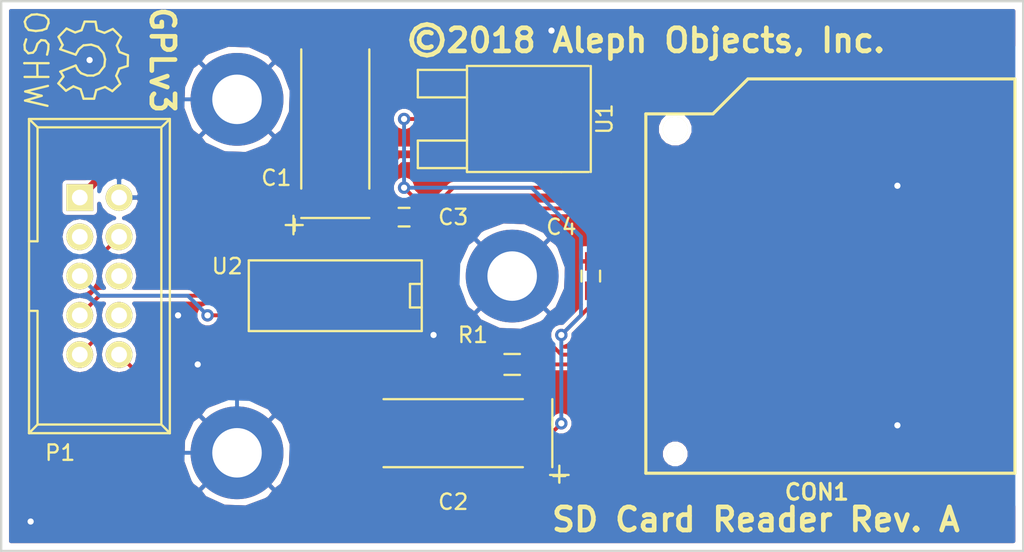
<source format=kicad_pcb>
(kicad_pcb (version 4) (host pcbnew 4.0.5+dfsg1-4)

  (general
    (links 34)
    (no_connects 0)
    (area 117.681904 75.906545 202.358096 119.455001)
    (thickness 1.6)
    (drawings 7)
    (tracks 109)
    (zones 0)
    (modules 15)
    (nets 24)
  )

  (page A4)
  (layers
    (0 F.Cu signal)
    (31 B.Cu signal hide)
    (32 B.Adhes user)
    (33 F.Adhes user)
    (34 B.Paste user)
    (35 F.Paste user)
    (36 B.SilkS user)
    (37 F.SilkS user)
    (38 B.Mask user)
    (39 F.Mask user)
    (40 Dwgs.User user)
    (41 Cmts.User user)
    (42 Eco1.User user)
    (43 Eco2.User user)
    (44 Edge.Cuts user)
    (45 Margin user)
    (46 B.CrtYd user)
    (47 F.CrtYd user)
    (48 B.Fab user)
    (49 F.Fab user)
  )

  (setup
    (last_trace_width 0.25)
    (trace_clearance 0.2)
    (zone_clearance 0.254)
    (zone_45_only no)
    (trace_min 0.2)
    (segment_width 0.2)
    (edge_width 0.15)
    (via_size 0.8)
    (via_drill 0.4)
    (via_min_size 0.4)
    (via_min_drill 0.3)
    (uvia_size 0.3)
    (uvia_drill 0.1)
    (uvias_allowed no)
    (uvia_min_size 0)
    (uvia_min_drill 0)
    (pcb_text_width 0.3)
    (pcb_text_size 1.5 1.5)
    (mod_edge_width 0.15)
    (mod_text_size 1 1)
    (mod_text_width 0.15)
    (pad_size 1.524 1.524)
    (pad_drill 0.762)
    (pad_to_mask_clearance 0.2)
    (aux_axis_origin 0 0)
    (visible_elements FFFFFF7F)
    (pcbplotparams
      (layerselection 0x010e8_80000001)
      (usegerberextensions false)
      (excludeedgelayer true)
      (linewidth 0.100000)
      (plotframeref false)
      (viasonmask false)
      (mode 1)
      (useauxorigin false)
      (hpglpennumber 1)
      (hpglpenspeed 20)
      (hpglpendiameter 15)
      (hpglpenoverlay 2)
      (psnegative false)
      (psa4output false)
      (plotreference true)
      (plotvalue true)
      (plotinvisibletext false)
      (padsonsilk false)
      (subtractmaskfromsilk false)
      (outputformat 1)
      (mirror false)
      (drillshape 0)
      (scaleselection 1)
      (outputdirectory SD_Reader_Gerbers_Rev_A1/))
  )

  (net 0 "")
  (net 1 GND)
  (net 2 +5V)
  (net 3 +3V3)
  (net 4 /MOSI_3V3)
  (net 5 /SCLK_3V3)
  (net 6 "Net-(CON1-Pad7)")
  (net 7 "Net-(CON1-Pad8)")
  (net 8 "Net-(CON1-Pad9)")
  (net 9 /CS_3V3)
  (net 10 /SD_DET)
  (net 11 "Net-(CON1-Pad11)")
  (net 12 "Net-(P1-Pad3)")
  (net 13 "Net-(P1-Pad6)")
  (net 14 "Net-(P1-Pad8)")
  (net 15 "Net-(P1-Pad5)")
  (net 16 "Net-(P1-Pad7)")
  (net 17 "Net-(P1-Pad9)")
  (net 18 "Net-(U2-Pad16)")
  (net 19 "Net-(U2-Pad13)")
  (net 20 "Net-(U2-Pad6)")
  (net 21 "Net-(U2-Pad4)")
  (net 22 "Net-(U2-Pad2)")
  (net 23 "Net-(P1-Pad10)")

  (net_class Default "This is the default net class."
    (clearance 0.2)
    (trace_width 0.25)
    (via_dia 0.8)
    (via_drill 0.4)
    (uvia_dia 0.3)
    (uvia_drill 0.1)
    (add_net +3V3)
    (add_net /CS_3V3)
    (add_net /MOSI_3V3)
    (add_net /SCLK_3V3)
    (add_net /SD_DET)
    (add_net GND)
    (add_net "Net-(CON1-Pad11)")
    (add_net "Net-(CON1-Pad7)")
    (add_net "Net-(CON1-Pad8)")
    (add_net "Net-(CON1-Pad9)")
    (add_net "Net-(P1-Pad10)")
    (add_net "Net-(P1-Pad3)")
    (add_net "Net-(P1-Pad5)")
    (add_net "Net-(P1-Pad6)")
    (add_net "Net-(P1-Pad7)")
    (add_net "Net-(P1-Pad8)")
    (add_net "Net-(P1-Pad9)")
    (add_net "Net-(U2-Pad13)")
    (add_net "Net-(U2-Pad16)")
    (add_net "Net-(U2-Pad2)")
    (add_net "Net-(U2-Pad4)")
    (add_net "Net-(U2-Pad6)")
  )

  (net_class PWR ""
    (clearance 0.2)
    (trace_width 0.5)
    (via_dia 0.8)
    (via_drill 0.4)
    (uvia_dia 0.3)
    (uvia_drill 0.1)
    (add_net +5V)
  )

  (module Capacitors_Tantalum_SMD:TantalC_SizeD_EIA-7343_HandSoldering (layer F.Cu) (tedit 5A85ACDE) (tstamp 5A80389F)
    (at 148.59 91.44 90)
    (descr "Tantal Cap. , Size D, EIA-7343, Hand Soldering,")
    (tags "Tantal Cap. , Size D, EIA-7343, Hand Soldering,")
    (path /5A7C7D8F)
    (attr smd)
    (fp_text reference C1 (at -3.81 -3.81 180) (layer F.SilkS)
      (effects (font (size 1 1) (thickness 0.15)))
    )
    (fp_text value 10uF (at -0.09906 3.59918 90) (layer F.Fab) hide
      (effects (font (size 1 1) (thickness 0.15)))
    )
    (fp_line (start -7.45744 -2.70256) (end -6.25856 -2.70256) (layer F.SilkS) (width 0.15))
    (fp_line (start -6.858 -3.20294) (end -6.858 -2.10312) (layer F.SilkS) (width 0.15))
    (fp_text user + (at -6.85546 -2.70002 90) (layer F.SilkS)
      (effects (font (size 1 1) (thickness 0.15)))
    )
    (fp_line (start 4.50088 -2.19964) (end -4.50088 -2.19964) (layer F.SilkS) (width 0.15))
    (fp_line (start -4.50088 2.19964) (end 4.50088 2.19964) (layer F.SilkS) (width 0.15))
    (fp_line (start -6.40334 -2.19964) (end -6.40334 2.19964) (layer F.SilkS) (width 0.15))
    (pad 2 smd rect (at 3.88874 0 90) (size 4.0005 2.70002) (layers F.Cu F.Paste F.Mask)
      (net 1 GND))
    (pad 1 smd rect (at -3.88874 0 90) (size 4.0005 2.70002) (layers F.Cu F.Paste F.Mask)
      (net 2 +5V))
    (model Capacitors_Tantalum_SMD.3dshapes/TantalC_SizeD_EIA-7343_HandSoldering.wrl
      (at (xyz 0 0 0))
      (scale (xyz 1 1 1))
      (rotate (xyz 0 0 180))
    )
  )

  (module Capacitors_Tantalum_SMD:TantalC_SizeD_EIA-7343_HandSoldering (layer F.Cu) (tedit 5A85F0DD) (tstamp 5A8038A5)
    (at 156.21 111.76 180)
    (descr "Tantal Cap. , Size D, EIA-7343, Hand Soldering,")
    (tags "Tantal Cap. , Size D, EIA-7343, Hand Soldering,")
    (path /5A7C7E2F)
    (attr smd)
    (fp_text reference C2 (at 0 -4.445 180) (layer F.SilkS)
      (effects (font (size 1 1) (thickness 0.15)))
    )
    (fp_text value 33uF (at -0.09906 3.59918 180) (layer F.Fab) hide
      (effects (font (size 1 1) (thickness 0.15)))
    )
    (fp_line (start -7.45744 -2.70256) (end -6.25856 -2.70256) (layer F.SilkS) (width 0.15))
    (fp_line (start -6.858 -3.20294) (end -6.858 -2.10312) (layer F.SilkS) (width 0.15))
    (fp_text user + (at -6.85546 -2.70002 180) (layer F.SilkS)
      (effects (font (size 1 1) (thickness 0.15)))
    )
    (fp_line (start 4.50088 -2.19964) (end -4.50088 -2.19964) (layer F.SilkS) (width 0.15))
    (fp_line (start -4.50088 2.19964) (end 4.50088 2.19964) (layer F.SilkS) (width 0.15))
    (fp_line (start -6.40334 -2.19964) (end -6.40334 2.19964) (layer F.SilkS) (width 0.15))
    (pad 2 smd rect (at 3.88874 0 180) (size 4.0005 2.70002) (layers F.Cu F.Paste F.Mask)
      (net 1 GND))
    (pad 1 smd rect (at -3.88874 0 180) (size 4.0005 2.70002) (layers F.Cu F.Paste F.Mask)
      (net 3 +3V3))
    (model Capacitors_Tantalum_SMD.3dshapes/TantalC_SizeD_EIA-7343_HandSoldering.wrl
      (at (xyz 0 0 0))
      (scale (xyz 1 1 1))
      (rotate (xyz 0 0 180))
    )
  )

  (module Capacitors_SMD:C_0603_HandSoldering (layer F.Cu) (tedit 5A85F0F1) (tstamp 5A8038AB)
    (at 153.035 97.79 180)
    (descr "Capacitor SMD 0603, hand soldering")
    (tags "capacitor 0603")
    (path /5A7CB8DA)
    (attr smd)
    (fp_text reference C3 (at -3.175 0 180) (layer F.SilkS)
      (effects (font (size 1 1) (thickness 0.15)))
    )
    (fp_text value 0.1uF (at 0 1.9 180) (layer F.Fab) hide
      (effects (font (size 1 1) (thickness 0.15)))
    )
    (fp_line (start 0.35 0.6) (end -0.35 0.6) (layer F.SilkS) (width 0.15))
    (fp_line (start -0.35 -0.6) (end 0.35 -0.6) (layer F.SilkS) (width 0.15))
    (fp_line (start 1.85 -0.75) (end 1.85 0.75) (layer F.CrtYd) (width 0.05))
    (fp_line (start -1.85 -0.75) (end -1.85 0.75) (layer F.CrtYd) (width 0.05))
    (fp_line (start -1.85 0.75) (end 1.85 0.75) (layer F.CrtYd) (width 0.05))
    (fp_line (start -1.85 -0.75) (end 1.85 -0.75) (layer F.CrtYd) (width 0.05))
    (fp_line (start -0.8 -0.4) (end 0.8 -0.4) (layer F.Fab) (width 0.15))
    (fp_line (start 0.8 -0.4) (end 0.8 0.4) (layer F.Fab) (width 0.15))
    (fp_line (start 0.8 0.4) (end -0.8 0.4) (layer F.Fab) (width 0.15))
    (fp_line (start -0.8 0.4) (end -0.8 -0.4) (layer F.Fab) (width 0.15))
    (pad 1 smd rect (at -0.95 0 180) (size 1.2 0.75) (layers F.Cu F.Paste F.Mask)
      (net 3 +3V3))
    (pad 2 smd rect (at 0.95 0 180) (size 1.2 0.75) (layers F.Cu F.Paste F.Mask)
      (net 1 GND))
    (model Capacitors_SMD.3dshapes/C_0603_HandSoldering.wrl
      (at (xyz 0 0 0))
      (scale (xyz 1 1 1))
      (rotate (xyz 0 0 0))
    )
  )

  (module Capacitors_SMD:C_0603_HandSoldering (layer F.Cu) (tedit 5A85ACB5) (tstamp 5A8038B1)
    (at 165.1 101.6 90)
    (descr "Capacitor SMD 0603, hand soldering")
    (tags "capacitor 0603")
    (path /5A7C7F1E)
    (attr smd)
    (fp_text reference C4 (at 3.175 -1.905 180) (layer F.SilkS)
      (effects (font (size 1 1) (thickness 0.15)))
    )
    (fp_text value 1.0uF (at 0 1.9 90) (layer F.Fab) hide
      (effects (font (size 1 1) (thickness 0.15)))
    )
    (fp_line (start 0.35 0.6) (end -0.35 0.6) (layer F.SilkS) (width 0.15))
    (fp_line (start -0.35 -0.6) (end 0.35 -0.6) (layer F.SilkS) (width 0.15))
    (fp_line (start 1.85 -0.75) (end 1.85 0.75) (layer F.CrtYd) (width 0.05))
    (fp_line (start -1.85 -0.75) (end -1.85 0.75) (layer F.CrtYd) (width 0.05))
    (fp_line (start -1.85 0.75) (end 1.85 0.75) (layer F.CrtYd) (width 0.05))
    (fp_line (start -1.85 -0.75) (end 1.85 -0.75) (layer F.CrtYd) (width 0.05))
    (fp_line (start -0.8 -0.4) (end 0.8 -0.4) (layer F.Fab) (width 0.15))
    (fp_line (start 0.8 -0.4) (end 0.8 0.4) (layer F.Fab) (width 0.15))
    (fp_line (start 0.8 0.4) (end -0.8 0.4) (layer F.Fab) (width 0.15))
    (fp_line (start -0.8 0.4) (end -0.8 -0.4) (layer F.Fab) (width 0.15))
    (pad 1 smd rect (at -0.95 0 90) (size 1.2 0.75) (layers F.Cu F.Paste F.Mask)
      (net 3 +3V3))
    (pad 2 smd rect (at 0.95 0 90) (size 1.2 0.75) (layers F.Cu F.Paste F.Mask)
      (net 1 GND))
    (model Capacitors_SMD.3dshapes/C_0603_HandSoldering.wrl
      (at (xyz 0 0 0))
      (scale (xyz 1 1 1))
      (rotate (xyz 0 0 0))
    )
  )

  (module GLCD:SD_Card_Receptacle (layer F.Cu) (tedit 5A85F0AA) (tstamp 5A8038C6)
    (at 167.005 101.6 90)
    (path /5A7C6DF6)
    (fp_text reference CON1 (at -13.97 12.7 180) (layer F.SilkS)
      (effects (font (size 1.016 1.016) (thickness 0.2032)))
    )
    (fp_text value GLCD_SD_Card (at 0 26.5 90) (layer F.Fab) hide
      (effects (font (size 1.016 1.016) (thickness 0.2032)))
    )
    (fp_line (start 10.4902 1.651) (end 10.4902 5.9944) (layer F.SilkS) (width 0.2032))
    (fp_line (start -12.7508 25.5016) (end -12.7508 1.651) (layer F.SilkS) (width 0.2032))
    (fp_line (start -12.7508 1.651) (end 10.4902 1.651) (layer F.SilkS) (width 0.2032))
    (fp_line (start 10.50036 5.99948) (end 12.7508 8.24992) (layer F.SilkS) (width 0.2032))
    (fp_line (start 12.7508 8.24992) (end 12.7508 25.49906) (layer F.SilkS) (width 0.2032))
    (fp_line (start 12.7508 25.49906) (end -12.7508 25.49906) (layer F.SilkS) (width 0.2032))
    (pad 2 smd rect (at 4.37388 0.7493 90) (size 1.00076 1.50114) (layers F.Cu F.Paste F.Mask)
      (net 4 /MOSI_3V3))
    (pad 3 smd rect (at 1.87452 0.7493 90) (size 1.00076 1.50114) (layers F.Cu F.Paste F.Mask)
      (net 1 GND))
    (pad 4 smd rect (at -0.62484 0.7493 90) (size 1.00076 1.50114) (layers F.Cu F.Paste F.Mask)
      (net 3 +3V3))
    (pad 5 smd rect (at -3.1242 0.7493 90) (size 1.00076 1.50114) (layers F.Cu F.Paste F.Mask)
      (net 5 /SCLK_3V3))
    (pad 6 smd rect (at -5.6261 0.7493 90) (size 1.00076 1.50114) (layers F.Cu F.Paste F.Mask)
      (net 1 GND))
    (pad 7 smd rect (at -8.04926 0.7493 90) (size 1.00076 1.50114) (layers F.Cu F.Paste F.Mask)
      (net 6 "Net-(CON1-Pad7)"))
    (pad 8 smd rect (at -9.75106 0.7493 90) (size 1.00076 1.50114) (layers F.Cu F.Paste F.Mask)
      (net 7 "Net-(CON1-Pad8)"))
    (pad 9 smd rect (at 9.37514 0.7493 90) (size 1.00076 1.50114) (layers F.Cu F.Paste F.Mask)
      (net 8 "Net-(CON1-Pad9)"))
    (pad 15 smd rect (at -13.64996 24.05126 90) (size 1.50114 2.79908) (layers F.Cu F.Paste F.Mask)
      (net 1 GND))
    (pad 14 smd rect (at 13.64996 24.05126 90) (size 1.50114 2.79908) (layers F.Cu F.Paste F.Mask)
      (net 1 GND))
    (pad 12 smd rect (at -13.64996 2.55016 90) (size 1.50114 2.79908) (layers F.Cu F.Paste F.Mask)
      (net 1 GND))
    (pad 13 smd rect (at 11.45032 2.55016 90) (size 1.50114 2.79908) (layers F.Cu F.Paste F.Mask)
      (net 1 GND))
    (pad 1 smd rect (at 6.87578 0.7493 90) (size 1.00076 1.50114) (layers F.Cu F.Paste F.Mask)
      (net 9 /CS_3V3))
    (pad 10 smd rect (at -11.049 0.7493 90) (size 0.70104 1.50114) (layers F.Cu F.Paste F.Mask)
      (net 10 /SD_DET))
    (pad 11 smd rect (at -12.25042 0.7493 90) (size 0.70104 1.50114) (layers F.Cu F.Paste F.Mask)
      (net 11 "Net-(CON1-Pad11)"))
    (pad "" np_thru_hole circle (at -11.50112 3.55092 90) (size 1.0922 1.0922) (drill 1.0922) (layers *.Cu *.Mask F.SilkS))
    (pad "" np_thru_hole circle (at 9.4996 3.55092 90) (size 1.6002 1.6002) (drill 1.6002) (layers *.Cu *.Mask F.SilkS))
  )

  (module AO_Parts:MH_M3x6mm (layer F.Cu) (tedit 5A85AACE) (tstamp 5A8038DF)
    (at 142.24 90.17)
    (path /5A7CD547)
    (fp_text reference MH1 (at 0 4.25) (layer F.SilkS) hide
      (effects (font (size 1 1) (thickness 0.15)))
    )
    (fp_text value "MOUNTING HOLE" (at 0 -4) (layer F.Fab) hide
      (effects (font (size 1 1) (thickness 0.15)))
    )
    (pad 1 thru_hole circle (at 0 0) (size 6 6) (drill 3.2) (layers *.Cu *.Mask)
      (net 1 GND))
  )

  (module AO_Parts:MH_M3x6mm (layer F.Cu) (tedit 5A85AAD5) (tstamp 5A8038E4)
    (at 142.24 113.03)
    (path /5A7CD76E)
    (fp_text reference MH2 (at 0 4.25) (layer F.SilkS) hide
      (effects (font (size 1 1) (thickness 0.15)))
    )
    (fp_text value "MOUNTING HOLE" (at 0 -4) (layer F.Fab) hide
      (effects (font (size 1 1) (thickness 0.15)))
    )
    (pad 1 thru_hole circle (at 0 0) (size 6 6) (drill 3.2) (layers *.Cu *.Mask)
      (net 1 GND))
  )

  (module Connectors:IDC_Header_Straight_10pins (layer F.Cu) (tedit 5A85AAC1) (tstamp 5A8038F2)
    (at 132.08 96.52 270)
    (descr "10 pins through hole IDC header")
    (tags "IDC header socket VASCH")
    (path /5A7C7CD2)
    (fp_text reference P1 (at 16.51 1.27 360) (layer F.SilkS)
      (effects (font (size 1 1) (thickness 0.15)))
    )
    (fp_text value CONN_02X05 (at 5.08 5.223 270) (layer F.Fab) hide
      (effects (font (size 1 1) (thickness 0.15)))
    )
    (fp_line (start -5.35 3.55) (end -5.35 -6.05) (layer F.CrtYd) (width 0.05))
    (fp_line (start 15.5 3.55) (end -5.35 3.55) (layer F.CrtYd) (width 0.05))
    (fp_line (start 15.5 -6.05) (end 15.5 3.55) (layer F.CrtYd) (width 0.05))
    (fp_line (start -5.35 -6.05) (end 15.5 -6.05) (layer F.CrtYd) (width 0.05))
    (fp_line (start 15.24 3.28) (end 14.68 2.73) (layer F.SilkS) (width 0.15))
    (fp_line (start -5.08 3.28) (end -4.54 2.73) (layer F.SilkS) (width 0.15))
    (fp_line (start 15.24 -5.82) (end 14.68 -5.27) (layer F.SilkS) (width 0.15))
    (fp_line (start -5.08 -5.82) (end -4.54 -5.27) (layer F.SilkS) (width 0.15))
    (fp_line (start 14.68 -5.27) (end 14.68 2.73) (layer F.SilkS) (width 0.15))
    (fp_line (start 15.24 -5.82) (end 15.24 3.28) (layer F.SilkS) (width 0.15))
    (fp_line (start -4.54 -5.27) (end -4.54 2.73) (layer F.SilkS) (width 0.15))
    (fp_line (start -5.08 -5.82) (end -5.08 3.28) (layer F.SilkS) (width 0.15))
    (fp_line (start 7.33 2.73) (end 7.33 3.28) (layer F.SilkS) (width 0.15))
    (fp_line (start 2.83 2.73) (end 2.83 3.28) (layer F.SilkS) (width 0.15))
    (fp_line (start 7.33 2.73) (end 14.68 2.73) (layer F.SilkS) (width 0.15))
    (fp_line (start -4.54 2.73) (end 2.83 2.73) (layer F.SilkS) (width 0.15))
    (fp_line (start -5.08 3.28) (end 15.24 3.28) (layer F.SilkS) (width 0.15))
    (fp_line (start -4.54 -5.27) (end 14.68 -5.27) (layer F.SilkS) (width 0.15))
    (fp_line (start -5.08 -5.82) (end 15.24 -5.82) (layer F.SilkS) (width 0.15))
    (pad 1 thru_hole rect (at 0 0 270) (size 1.7272 1.7272) (drill 1.016) (layers *.Cu *.Mask F.SilkS)
      (net 2 +5V))
    (pad 2 thru_hole oval (at 0 -2.54 270) (size 1.7272 1.7272) (drill 1.016) (layers *.Cu *.Mask F.SilkS)
      (net 1 GND))
    (pad 3 thru_hole oval (at 2.54 0 270) (size 1.7272 1.7272) (drill 1.016) (layers *.Cu *.Mask F.SilkS)
      (net 12 "Net-(P1-Pad3)"))
    (pad 4 thru_hole oval (at 2.54 -2.54 270) (size 1.7272 1.7272) (drill 1.016) (layers *.Cu *.Mask F.SilkS)
      (net 10 /SD_DET))
    (pad 5 thru_hole oval (at 5.08 0 270) (size 1.7272 1.7272) (drill 1.016) (layers *.Cu *.Mask F.SilkS)
      (net 15 "Net-(P1-Pad5)"))
    (pad 6 thru_hole oval (at 5.08 -2.54 270) (size 1.7272 1.7272) (drill 1.016) (layers *.Cu *.Mask F.SilkS)
      (net 13 "Net-(P1-Pad6)"))
    (pad 7 thru_hole oval (at 7.62 0 270) (size 1.7272 1.7272) (drill 1.016) (layers *.Cu *.Mask F.SilkS)
      (net 16 "Net-(P1-Pad7)"))
    (pad 8 thru_hole oval (at 7.62 -2.54 270) (size 1.7272 1.7272) (drill 1.016) (layers *.Cu *.Mask F.SilkS)
      (net 14 "Net-(P1-Pad8)"))
    (pad 9 thru_hole oval (at 10.16 0 270) (size 1.7272 1.7272) (drill 1.016) (layers *.Cu *.Mask F.SilkS)
      (net 17 "Net-(P1-Pad9)"))
    (pad 10 thru_hole oval (at 10.16 -2.54 270) (size 1.7272 1.7272) (drill 1.016) (layers *.Cu *.Mask F.SilkS)
      (net 23 "Net-(P1-Pad10)"))
  )

  (module TO_SOT_Packages_SMD:TO-252-2Lead (layer F.Cu) (tedit 5A85AC90) (tstamp 5A8038F9)
    (at 155.575 91.44 270)
    (descr "DPAK / TO-252 2-lead smd package")
    (tags "dpak TO-252")
    (path /5A7C7BC4)
    (attr smd)
    (fp_text reference U1 (at 0 -10.414 270) (layer F.SilkS)
      (effects (font (size 1 1) (thickness 0.15)))
    )
    (fp_text value LM1117_3V3 (at 0 -2.413 270) (layer F.Fab) hide
      (effects (font (size 1 1) (thickness 0.15)))
    )
    (fp_line (start 3.429 -9.398) (end 3.429 -7.62) (layer F.SilkS) (width 0.15))
    (fp_line (start -3.429 -9.525) (end 3.429 -9.525) (layer F.SilkS) (width 0.15))
    (fp_line (start -3.429 -1.524) (end -3.429 -9.398) (layer F.SilkS) (width 0.15))
    (fp_line (start 3.429 -1.524) (end -3.429 -1.524) (layer F.SilkS) (width 0.15))
    (fp_line (start 3.429 -7.62) (end 3.429 -1.524) (layer F.SilkS) (width 0.15))
    (fp_line (start -1.397 1.651) (end -1.397 -1.524) (layer F.SilkS) (width 0.15))
    (fp_line (start -3.175 1.651) (end -1.397 1.651) (layer F.SilkS) (width 0.15))
    (fp_line (start -3.175 -1.524) (end -3.175 1.651) (layer F.SilkS) (width 0.15))
    (fp_line (start 3.175 1.651) (end 3.175 -1.524) (layer F.SilkS) (width 0.15))
    (fp_line (start 1.397 1.651) (end 3.175 1.651) (layer F.SilkS) (width 0.15))
    (fp_line (start 1.397 -1.524) (end 1.397 1.651) (layer F.SilkS) (width 0.15))
    (pad 1 smd rect (at -2.286 0 270) (size 1.651 3.048) (layers F.Cu F.Paste F.Mask)
      (net 1 GND))
    (pad 2 smd rect (at 0 -6.35 270) (size 6.096 6.096) (layers F.Cu F.Paste F.Mask)
      (net 3 +3V3))
    (pad 3 smd rect (at 2.286 0 270) (size 1.651 3.048) (layers F.Cu F.Paste F.Mask)
      (net 2 +5V))
    (model TO_SOT_Packages_SMD.3dshapes/TO-252-2Lead.wrl
      (at (xyz 0 0 0))
      (scale (xyz 1 1 1))
      (rotate (xyz 0 0 0))
    )
  )

  (module AO_Parts:MH_M3x6mm (layer F.Cu) (tedit 5A85AAE3) (tstamp 5AA0D039)
    (at 160.02 101.6)
    (path /5A85A8B6)
    (fp_text reference MH3 (at 0 4.25) (layer F.SilkS) hide
      (effects (font (size 1 1) (thickness 0.15)))
    )
    (fp_text value "MOUNTING HOLE" (at 0 -4) (layer F.Fab) hide
      (effects (font (size 1 1) (thickness 0.15)))
    )
    (pad 1 thru_hole circle (at 0 0) (size 6 6) (drill 3.2) (layers *.Cu *.Mask)
      (net 1 GND))
  )

  (module SMD_Packages:SO-16-N (layer F.Cu) (tedit 5A85F5DF) (tstamp 5AA0D04D)
    (at 148.59 102.87 180)
    (descr "Module CMS SOJ 16 pins large")
    (tags "CMS SOJ")
    (path /5A7C700A)
    (attr smd)
    (fp_text reference U2 (at 6.985 1.905 180) (layer F.SilkS)
      (effects (font (size 1 1) (thickness 0.15)))
    )
    (fp_text value 74HC4050 (at 0 1.27 180) (layer F.Fab) hide
      (effects (font (size 1 1) (thickness 0.15)))
    )
    (fp_line (start -5.588 -2.286) (end 5.588 -2.286) (layer F.SilkS) (width 0.15))
    (fp_line (start -5.588 2.286) (end -5.588 -2.286) (layer F.SilkS) (width 0.15))
    (fp_line (start 5.588 2.286) (end -5.588 2.286) (layer F.SilkS) (width 0.15))
    (fp_line (start 5.588 -2.286) (end 5.588 2.286) (layer F.SilkS) (width 0.15))
    (fp_line (start -4.826 0.762) (end -5.588 0.762) (layer F.SilkS) (width 0.15))
    (fp_line (start -4.826 -0.762) (end -4.826 0.762) (layer F.SilkS) (width 0.15))
    (fp_line (start -5.588 -0.762) (end -4.826 -0.762) (layer F.SilkS) (width 0.15))
    (pad 16 smd rect (at -4.445 -3.175 180) (size 0.508 1.143) (layers F.Cu F.Paste F.Mask)
      (net 18 "Net-(U2-Pad16)"))
    (pad 14 smd rect (at -1.905 -3.175 180) (size 0.508 1.143) (layers F.Cu F.Paste F.Mask)
      (net 16 "Net-(P1-Pad7)"))
    (pad 13 smd rect (at -0.635 -3.175 180) (size 0.508 1.143) (layers F.Cu F.Paste F.Mask)
      (net 19 "Net-(U2-Pad13)"))
    (pad 12 smd rect (at 0.635 -3.175 180) (size 0.508 1.143) (layers F.Cu F.Paste F.Mask)
      (net 4 /MOSI_3V3))
    (pad 11 smd rect (at 1.905 -3.175 180) (size 0.508 1.143) (layers F.Cu F.Paste F.Mask)
      (net 15 "Net-(P1-Pad5)"))
    (pad 10 smd rect (at 3.175 -3.175 180) (size 0.508 1.143) (layers F.Cu F.Paste F.Mask)
      (net 5 /SCLK_3V3))
    (pad 9 smd rect (at 4.445 -3.175 180) (size 0.508 1.143) (layers F.Cu F.Paste F.Mask)
      (net 17 "Net-(P1-Pad9)"))
    (pad 8 smd rect (at 4.445 3.175 180) (size 0.508 1.143) (layers F.Cu F.Paste F.Mask)
      (net 1 GND))
    (pad 7 smd rect (at 3.175 3.175 180) (size 0.508 1.143) (layers F.Cu F.Paste F.Mask)
      (net 1 GND))
    (pad 6 smd rect (at 1.905 3.175 180) (size 0.508 1.143) (layers F.Cu F.Paste F.Mask)
      (net 20 "Net-(U2-Pad6)"))
    (pad 5 smd rect (at 0.635 3.175 180) (size 0.508 1.143) (layers F.Cu F.Paste F.Mask)
      (net 1 GND))
    (pad 4 smd rect (at -0.635 3.175 180) (size 0.508 1.143) (layers F.Cu F.Paste F.Mask)
      (net 21 "Net-(U2-Pad4)"))
    (pad 3 smd rect (at -1.905 3.175 180) (size 0.508 1.143) (layers F.Cu F.Paste F.Mask)
      (net 1 GND))
    (pad 2 smd rect (at -3.175 3.175 180) (size 0.508 1.143) (layers F.Cu F.Paste F.Mask)
      (net 22 "Net-(U2-Pad2)"))
    (pad 1 smd rect (at -4.445 3.175 180) (size 0.508 1.143) (layers F.Cu F.Paste F.Mask)
      (net 3 +3V3))
    (pad 15 smd rect (at -3.175 -3.175 180) (size 0.508 1.143) (layers F.Cu F.Paste F.Mask)
      (net 9 /CS_3V3))
    (model SMD_Packages.3dshapes/SO-16-N.wrl
      (at (xyz 0 0 0))
      (scale (xyz 0.5 0.4 0.5))
      (rotate (xyz 0 0 0))
    )
  )

  (module Resistors_SMD:R_0603_HandSoldering (layer F.Cu) (tedit 5A85BEFF) (tstamp 5AA0D2B6)
    (at 160.02 107.315 180)
    (descr "Resistor SMD 0603, hand soldering")
    (tags "resistor 0603")
    (path /5A85BE04)
    (attr smd)
    (fp_text reference R1 (at 2.54 1.905 180) (layer F.SilkS)
      (effects (font (size 1 1) (thickness 0.15)))
    )
    (fp_text value 1k (at 0 1.9 180) (layer F.Fab) hide
      (effects (font (size 1 1) (thickness 0.15)))
    )
    (fp_line (start -0.5 -0.675) (end 0.5 -0.675) (layer F.SilkS) (width 0.15))
    (fp_line (start 0.5 0.675) (end -0.5 0.675) (layer F.SilkS) (width 0.15))
    (fp_line (start 2 -0.8) (end 2 0.8) (layer F.CrtYd) (width 0.05))
    (fp_line (start -2 -0.8) (end -2 0.8) (layer F.CrtYd) (width 0.05))
    (fp_line (start -2 0.8) (end 2 0.8) (layer F.CrtYd) (width 0.05))
    (fp_line (start -2 -0.8) (end 2 -0.8) (layer F.CrtYd) (width 0.05))
    (pad 1 smd rect (at -1.1 0 180) (size 1.2 0.9) (layers F.Cu F.Paste F.Mask)
      (net 6 "Net-(CON1-Pad7)"))
    (pad 2 smd rect (at 1.1 0 180) (size 1.2 0.9) (layers F.Cu F.Paste F.Mask)
      (net 23 "Net-(P1-Pad10)"))
    (model Resistors_SMD.3dshapes/R_0603_HandSoldering.wrl
      (at (xyz 0 0 0))
      (scale (xyz 1 1 1))
      (rotate (xyz 0 0 0))
    )
  )

  (module Fiducials:Fiducial_1mm_Dia_2.54mm_Outer_CopperTop (layer F.Cu) (tedit 5A85C0E9) (tstamp 5AA0D348)
    (at 185.42 86.36)
    (descr "Circular Fiducial, 1mm bare copper top; 2.54mm keepout")
    (tags marker)
    (attr virtual)
    (fp_text reference REF** (at 3.4 0.7) (layer F.SilkS) hide
      (effects (font (size 1 1) (thickness 0.15)))
    )
    (fp_text value Fiducial_1mm_Dia_2.54mm_Outer_CopperTop (at 0 -1.8) (layer F.Fab) hide
      (effects (font (size 1 1) (thickness 0.15)))
    )
    (fp_circle (center 0 0) (end 1.55 0) (layer F.CrtYd) (width 0.05))
    (pad ~ smd circle (at 0 0) (size 1 1) (layers F.Cu F.Mask)
      (solder_mask_margin 0.77) (clearance 0.77))
  )

  (module Fiducials:Fiducial_1mm_Dia_2.54mm_Outer_CopperTop (layer F.Cu) (tedit 5A85C11D) (tstamp 5AA0D34E)
    (at 134.62 114.3)
    (descr "Circular Fiducial, 1mm bare copper top; 2.54mm keepout")
    (tags marker)
    (attr virtual)
    (fp_text reference REF** (at 3.4 0.7) (layer F.SilkS) hide
      (effects (font (size 1 1) (thickness 0.15)))
    )
    (fp_text value Fiducial_1mm_Dia_2.54mm_Outer_CopperTop (at 0 -1.8) (layer F.Fab) hide
      (effects (font (size 1 1) (thickness 0.15)))
    )
    (fp_circle (center 0 0) (end 1.55 0) (layer F.CrtYd) (width 0.05))
    (pad ~ smd circle (at 0 0) (size 1 1) (layers F.Cu F.Mask)
      (solder_mask_margin 0.77) (clearance 0.77))
  )

  (module Symbols:Symbol_OSHW-Logo_SilkScreen (layer F.Cu) (tedit 5A85C180) (tstamp 5AA0D352)
    (at 132.715 87.63 270)
    (descr "Symbol, OSHW-Logo, Silk Screen,")
    (tags "Symbol, OSHW-Logo, Silk Screen,")
    (attr smd)
    (fp_text reference REF** (at 0.09906 -4.38912 270) (layer F.SilkS) hide
      (effects (font (size 1 1) (thickness 0.15)))
    )
    (fp_text value Symbol_OSHW-Logo_SilkScreen (at 0.30988 6.56082 270) (layer F.Fab) hide
      (effects (font (size 1 1) (thickness 0.15)))
    )
    (fp_line (start 1.66878 2.68986) (end 2.02946 4.16052) (layer F.SilkS) (width 0.15))
    (fp_line (start 2.02946 4.16052) (end 2.30886 3.0988) (layer F.SilkS) (width 0.15))
    (fp_line (start 2.30886 3.0988) (end 2.61874 4.17068) (layer F.SilkS) (width 0.15))
    (fp_line (start 2.61874 4.17068) (end 2.9591 2.72034) (layer F.SilkS) (width 0.15))
    (fp_line (start 0.24892 3.38074) (end 1.03886 3.37058) (layer F.SilkS) (width 0.15))
    (fp_line (start 1.03886 3.37058) (end 1.04902 3.38074) (layer F.SilkS) (width 0.15))
    (fp_line (start 1.04902 3.38074) (end 1.04902 3.37058) (layer F.SilkS) (width 0.15))
    (fp_line (start 1.08966 2.65938) (end 1.08966 4.20116) (layer F.SilkS) (width 0.15))
    (fp_line (start 0.20066 2.64922) (end 0.20066 4.21894) (layer F.SilkS) (width 0.15))
    (fp_line (start 0.20066 4.21894) (end 0.21082 4.20878) (layer F.SilkS) (width 0.15))
    (fp_line (start -0.35052 2.75082) (end -0.70104 2.66954) (layer F.SilkS) (width 0.15))
    (fp_line (start -0.70104 2.66954) (end -1.02108 2.65938) (layer F.SilkS) (width 0.15))
    (fp_line (start -1.02108 2.65938) (end -1.25984 2.86004) (layer F.SilkS) (width 0.15))
    (fp_line (start -1.25984 2.86004) (end -1.29032 3.12928) (layer F.SilkS) (width 0.15))
    (fp_line (start -1.29032 3.12928) (end -1.04902 3.37058) (layer F.SilkS) (width 0.15))
    (fp_line (start -1.04902 3.37058) (end -0.6604 3.50012) (layer F.SilkS) (width 0.15))
    (fp_line (start -0.6604 3.50012) (end -0.48006 3.66014) (layer F.SilkS) (width 0.15))
    (fp_line (start -0.48006 3.66014) (end -0.43942 3.95986) (layer F.SilkS) (width 0.15))
    (fp_line (start -0.43942 3.95986) (end -0.67056 4.18084) (layer F.SilkS) (width 0.15))
    (fp_line (start -0.67056 4.18084) (end -0.9906 4.20878) (layer F.SilkS) (width 0.15))
    (fp_line (start -0.9906 4.20878) (end -1.34112 4.09956) (layer F.SilkS) (width 0.15))
    (fp_line (start -2.37998 2.64922) (end -2.6289 2.66954) (layer F.SilkS) (width 0.15))
    (fp_line (start -2.6289 2.66954) (end -2.8702 2.91084) (layer F.SilkS) (width 0.15))
    (fp_line (start -2.8702 2.91084) (end -2.9591 3.40106) (layer F.SilkS) (width 0.15))
    (fp_line (start -2.9591 3.40106) (end -2.93116 3.74904) (layer F.SilkS) (width 0.15))
    (fp_line (start -2.93116 3.74904) (end -2.7305 4.06908) (layer F.SilkS) (width 0.15))
    (fp_line (start -2.7305 4.06908) (end -2.47904 4.191) (layer F.SilkS) (width 0.15))
    (fp_line (start -2.47904 4.191) (end -2.16916 4.11988) (layer F.SilkS) (width 0.15))
    (fp_line (start -2.16916 4.11988) (end -1.95072 3.93954) (layer F.SilkS) (width 0.15))
    (fp_line (start -1.95072 3.93954) (end -1.8796 3.4798) (layer F.SilkS) (width 0.15))
    (fp_line (start -1.8796 3.4798) (end -1.9304 3.07086) (layer F.SilkS) (width 0.15))
    (fp_line (start -1.9304 3.07086) (end -2.03962 2.78892) (layer F.SilkS) (width 0.15))
    (fp_line (start -2.03962 2.78892) (end -2.4003 2.65938) (layer F.SilkS) (width 0.15))
    (fp_line (start -1.78054 0.92964) (end -2.03962 1.49098) (layer F.SilkS) (width 0.15))
    (fp_line (start -2.03962 1.49098) (end -1.50114 2.00914) (layer F.SilkS) (width 0.15))
    (fp_line (start -1.50114 2.00914) (end -0.98044 1.7399) (layer F.SilkS) (width 0.15))
    (fp_line (start -0.98044 1.7399) (end -0.70104 1.89992) (layer F.SilkS) (width 0.15))
    (fp_line (start 0.73914 1.8796) (end 1.06934 1.6891) (layer F.SilkS) (width 0.15))
    (fp_line (start 1.06934 1.6891) (end 1.50876 2.0193) (layer F.SilkS) (width 0.15))
    (fp_line (start 1.50876 2.0193) (end 1.9812 1.52908) (layer F.SilkS) (width 0.15))
    (fp_line (start 1.9812 1.52908) (end 1.69926 1.04902) (layer F.SilkS) (width 0.15))
    (fp_line (start 1.69926 1.04902) (end 1.88976 0.57912) (layer F.SilkS) (width 0.15))
    (fp_line (start 1.88976 0.57912) (end 2.49936 0.39116) (layer F.SilkS) (width 0.15))
    (fp_line (start 2.49936 0.39116) (end 2.49936 -0.28956) (layer F.SilkS) (width 0.15))
    (fp_line (start 2.49936 -0.28956) (end 1.94056 -0.42926) (layer F.SilkS) (width 0.15))
    (fp_line (start 1.94056 -0.42926) (end 1.7399 -1.00076) (layer F.SilkS) (width 0.15))
    (fp_line (start 1.7399 -1.00076) (end 2.00914 -1.47066) (layer F.SilkS) (width 0.15))
    (fp_line (start 2.00914 -1.47066) (end 1.53924 -1.9812) (layer F.SilkS) (width 0.15))
    (fp_line (start 1.53924 -1.9812) (end 1.02108 -1.71958) (layer F.SilkS) (width 0.15))
    (fp_line (start 1.02108 -1.71958) (end 0.55118 -1.92024) (layer F.SilkS) (width 0.15))
    (fp_line (start 0.55118 -1.92024) (end 0.381 -2.46126) (layer F.SilkS) (width 0.15))
    (fp_line (start 0.381 -2.46126) (end -0.30988 -2.47904) (layer F.SilkS) (width 0.15))
    (fp_line (start -0.30988 -2.47904) (end -0.5207 -1.9304) (layer F.SilkS) (width 0.15))
    (fp_line (start -0.5207 -1.9304) (end -0.9398 -1.76022) (layer F.SilkS) (width 0.15))
    (fp_line (start -0.9398 -1.76022) (end -1.49098 -2.02946) (layer F.SilkS) (width 0.15))
    (fp_line (start -1.49098 -2.02946) (end -2.00914 -1.50114) (layer F.SilkS) (width 0.15))
    (fp_line (start -2.00914 -1.50114) (end -1.76022 -0.96012) (layer F.SilkS) (width 0.15))
    (fp_line (start -1.76022 -0.96012) (end -1.9304 -0.48006) (layer F.SilkS) (width 0.15))
    (fp_line (start -1.9304 -0.48006) (end -2.47904 -0.381) (layer F.SilkS) (width 0.15))
    (fp_line (start -2.47904 -0.381) (end -2.4892 0.32004) (layer F.SilkS) (width 0.15))
    (fp_line (start -2.4892 0.32004) (end -1.9304 0.5207) (layer F.SilkS) (width 0.15))
    (fp_line (start -1.9304 0.5207) (end -1.7907 0.91948) (layer F.SilkS) (width 0.15))
    (fp_line (start 0.35052 0.89916) (end 0.65024 0.7493) (layer F.SilkS) (width 0.15))
    (fp_line (start 0.65024 0.7493) (end 0.8509 0.55118) (layer F.SilkS) (width 0.15))
    (fp_line (start 0.8509 0.55118) (end 1.00076 0.14986) (layer F.SilkS) (width 0.15))
    (fp_line (start 1.00076 0.14986) (end 1.00076 -0.24892) (layer F.SilkS) (width 0.15))
    (fp_line (start 1.00076 -0.24892) (end 0.8509 -0.59944) (layer F.SilkS) (width 0.15))
    (fp_line (start 0.8509 -0.59944) (end 0.39878 -0.94996) (layer F.SilkS) (width 0.15))
    (fp_line (start 0.39878 -0.94996) (end -0.0508 -1.00076) (layer F.SilkS) (width 0.15))
    (fp_line (start -0.0508 -1.00076) (end -0.44958 -0.89916) (layer F.SilkS) (width 0.15))
    (fp_line (start -0.44958 -0.89916) (end -0.8509 -0.55118) (layer F.SilkS) (width 0.15))
    (fp_line (start -0.8509 -0.55118) (end -1.00076 -0.09906) (layer F.SilkS) (width 0.15))
    (fp_line (start -1.00076 -0.09906) (end -0.94996 0.39878) (layer F.SilkS) (width 0.15))
    (fp_line (start -0.94996 0.39878) (end -0.70104 0.70104) (layer F.SilkS) (width 0.15))
    (fp_line (start -0.70104 0.70104) (end -0.35052 0.89916) (layer F.SilkS) (width 0.15))
    (fp_line (start -0.35052 0.89916) (end -0.70104 1.89992) (layer F.SilkS) (width 0.15))
    (fp_line (start 0.35052 0.89916) (end 0.7493 1.89992) (layer F.SilkS) (width 0.15))
  )

  (gr_text "SD Card Reader Rev. A" (at 175.768 117.348) (layer F.SilkS)
    (effects (font (size 1.5 1.5) (thickness 0.3)))
  )
  (gr_text GPLv3 (at 137.414 87.63 270) (layer F.SilkS)
    (effects (font (size 1.5 1.5) (thickness 0.3)))
  )
  (gr_text "©2018 Aleph Objects, Inc." (at 168.656 86.36) (layer F.SilkS)
    (effects (font (size 1.5 1.5) (thickness 0.3)))
  )
  (gr_line (start 127 83.82) (end 193.04 83.82) (angle 90) (layer Edge.Cuts) (width 0.15))
  (gr_line (start 127 119.38) (end 127 83.82) (angle 90) (layer Edge.Cuts) (width 0.15))
  (gr_line (start 193.04 119.38) (end 127 119.38) (angle 90) (layer Edge.Cuts) (width 0.15))
  (gr_line (start 193.04 83.82) (end 193.04 119.38) (angle 90) (layer Edge.Cuts) (width 0.15))

  (segment (start 139.7 107.315) (end 139.7 105.41) (width 0.25) (layer B.Cu) (net 1))
  (segment (start 142.24 108.585) (end 140.97 107.315) (width 0.25) (layer B.Cu) (net 1) (tstamp 5AA0D382))
  (segment (start 140.97 107.315) (end 139.7 107.315) (width 0.25) (layer B.Cu) (net 1) (tstamp 5AA0D384))
  (via (at 139.7 107.315) (size 0.8) (drill 0.4) (layers F.Cu B.Cu) (net 1))
  (segment (start 142.24 113.03) (end 142.24 108.585) (width 0.25) (layer B.Cu) (net 1))
  (via (at 138.43 104.14) (size 0.8) (drill 0.4) (layers F.Cu B.Cu) (net 1))
  (segment (start 139.7 105.41) (end 138.43 104.14) (width 0.25) (layer B.Cu) (net 1) (tstamp 5AA0D394))
  (segment (start 160.02 101.6) (end 156.21 105.41) (width 0.25) (layer B.Cu) (net 1))
  (via (at 154.94 105.41) (size 0.8) (drill 0.4) (layers F.Cu B.Cu) (net 1))
  (segment (start 156.21 105.41) (end 154.94 105.41) (width 0.25) (layer B.Cu) (net 1) (tstamp 5AA0D38D))
  (segment (start 142.24 90.17) (end 135.255 90.17) (width 0.25) (layer B.Cu) (net 1))
  (via (at 132.715 87.63) (size 0.8) (drill 0.4) (layers F.Cu B.Cu) (net 1))
  (segment (start 135.255 90.17) (end 132.715 87.63) (width 0.25) (layer B.Cu) (net 1) (tstamp 5AA0D378))
  (segment (start 142.24 113.03) (end 133.35 113.03) (width 0.25) (layer B.Cu) (net 1))
  (via (at 128.905 117.475) (size 0.8) (drill 0.4) (layers F.Cu B.Cu) (net 1))
  (segment (start 133.35 113.03) (end 128.905 117.475) (width 0.25) (layer B.Cu) (net 1) (tstamp 5AA0D372))
  (segment (start 167.7543 107.2261) (end 180.8861 107.2261) (width 0.25) (layer F.Cu) (net 1))
  (via (at 184.912 111.252) (size 0.8) (drill 0.4) (layers F.Cu B.Cu) (net 1))
  (segment (start 180.8861 107.2261) (end 184.912 111.252) (width 0.25) (layer F.Cu) (net 1) (tstamp 5AA0D363))
  (segment (start 167.7543 99.72548) (end 180.94452 99.72548) (width 0.25) (layer F.Cu) (net 1))
  (via (at 184.912 95.758) (size 0.8) (drill 0.4) (layers F.Cu B.Cu) (net 1))
  (segment (start 180.94452 99.72548) (end 184.912 95.758) (width 0.25) (layer F.Cu) (net 1) (tstamp 5AA0D35C))
  (segment (start 155.575 89.154) (end 155.575 86.995) (width 0.25) (layer F.Cu) (net 1))
  (via (at 162.56 85.725) (size 0.8) (drill 0.4) (layers F.Cu B.Cu) (net 1))
  (segment (start 156.845 85.725) (end 162.56 85.725) (width 0.25) (layer F.Cu) (net 1) (tstamp 5AA0D24B))
  (segment (start 155.575 86.995) (end 156.845 85.725) (width 0.25) (layer F.Cu) (net 1) (tstamp 5AA0D24A))
  (segment (start 132.08 96.52) (end 133.985 94.615) (width 0.5) (layer F.Cu) (net 2))
  (segment (start 133.985 94.615) (end 147.87626 94.615) (width 0.5) (layer F.Cu) (net 2) (tstamp 5AA0D243))
  (segment (start 147.87626 94.615) (end 148.51126 95.25) (width 0.5) (layer F.Cu) (net 2) (tstamp 5AA0D244))
  (segment (start 148.51126 95.25) (end 151.13 95.25) (width 0.5) (layer F.Cu) (net 2) (tstamp 5AA0D245))
  (segment (start 151.13 95.25) (end 152.654 93.726) (width 0.5) (layer F.Cu) (net 2) (tstamp 5AA0D246))
  (segment (start 152.654 93.726) (end 155.575 93.726) (width 0.5) (layer F.Cu) (net 2) (tstamp 5AA0D247))
  (segment (start 160.09874 111.76) (end 162.56 111.76) (width 0.25) (layer F.Cu) (net 3))
  (segment (start 163.195 111.125) (end 163.195 105.41) (width 0.25) (layer B.Cu) (net 3) (tstamp 5A85EFCA))
  (via (at 163.195 111.125) (size 0.8) (drill 0.4) (layers F.Cu B.Cu) (net 3))
  (segment (start 162.56 111.76) (end 163.195 111.125) (width 0.25) (layer F.Cu) (net 3) (tstamp 5A85EFC0))
  (segment (start 163.195 105.41) (end 164.465 104.14) (width 0.25) (layer B.Cu) (net 3))
  (via (at 163.195 105.41) (size 0.8) (drill 0.4) (layers F.Cu B.Cu) (net 3))
  (segment (start 165.1 103.505) (end 163.195 105.41) (width 0.25) (layer F.Cu) (net 3) (tstamp 5AA0D264))
  (segment (start 165.1 102.55) (end 165.1 103.505) (width 0.25) (layer F.Cu) (net 3) (tstamp 5AA0D263))
  (segment (start 161.29 95.885) (end 153.035 95.885) (width 0.25) (layer B.Cu) (net 3) (tstamp 5A85E88E))
  (segment (start 164.465 99.06) (end 161.29 95.885) (width 0.25) (layer B.Cu) (net 3) (tstamp 5A85E883))
  (segment (start 164.465 104.14) (end 164.465 99.06) (width 0.25) (layer B.Cu) (net 3) (tstamp 5A85E87A))
  (segment (start 153.985 97.79) (end 153.985 96.835) (width 0.25) (layer F.Cu) (net 3))
  (segment (start 153.985 96.835) (end 153.035 95.885) (width 0.25) (layer F.Cu) (net 3) (tstamp 5A85E84E))
  (via (at 153.035 95.885) (size 0.8) (drill 0.4) (layers F.Cu B.Cu) (net 3))
  (segment (start 153.035 91.44) (end 161.925 91.44) (width 0.25) (layer F.Cu) (net 3) (tstamp 5A85E862))
  (segment (start 153.035 95.885) (end 153.035 91.44) (width 0.25) (layer B.Cu) (net 3) (tstamp 5A85E85D))
  (via (at 153.035 91.44) (size 0.8) (drill 0.4) (layers F.Cu B.Cu) (net 3))
  (segment (start 153.035 99.695) (end 153.67 99.695) (width 0.25) (layer F.Cu) (net 3))
  (segment (start 153.985 99.38) (end 153.985 97.79) (width 0.25) (layer F.Cu) (net 3) (tstamp 5AA0D26B))
  (segment (start 153.67 99.695) (end 153.985 99.38) (width 0.25) (layer F.Cu) (net 3) (tstamp 5AA0D26A))
  (segment (start 167.7543 102.22484) (end 165.42516 102.22484) (width 0.25) (layer F.Cu) (net 3))
  (segment (start 165.42516 102.22484) (end 165.1 102.55) (width 0.25) (layer F.Cu) (net 3) (tstamp 5AA0D262))
  (segment (start 148.59 107.95) (end 154.305 107.95) (width 0.25) (layer F.Cu) (net 4))
  (segment (start 148.59 107.95) (end 147.955 107.315) (width 0.25) (layer F.Cu) (net 4) (tstamp 5AA0D280))
  (segment (start 147.955 106.045) (end 147.955 107.315) (width 0.25) (layer F.Cu) (net 4) (tstamp 5AA0D281))
  (segment (start 157.40888 97.22612) (end 167.7543 97.22612) (width 0.25) (layer F.Cu) (net 4) (tstamp 5AA0D313))
  (segment (start 156.21 98.425) (end 157.40888 97.22612) (width 0.25) (layer F.Cu) (net 4) (tstamp 5AA0D311))
  (segment (start 156.21 106.045) (end 156.21 98.425) (width 0.25) (layer F.Cu) (net 4) (tstamp 5AA0D30F))
  (segment (start 154.305 107.95) (end 156.21 106.045) (width 0.25) (layer F.Cu) (net 4) (tstamp 5AA0D30D))
  (segment (start 145.415 106.045) (end 145.415 107.95) (width 0.25) (layer F.Cu) (net 5))
  (segment (start 165.7858 104.7242) (end 167.7543 104.7242) (width 0.25) (layer F.Cu) (net 5) (tstamp 5AA0D320))
  (segment (start 163.83 106.68) (end 165.7858 104.7242) (width 0.25) (layer F.Cu) (net 5) (tstamp 5AA0D31F))
  (segment (start 163.195 106.68) (end 163.83 106.68) (width 0.25) (layer F.Cu) (net 5) (tstamp 5AA0D31E))
  (segment (start 162.56 106.045) (end 163.195 106.68) (width 0.25) (layer F.Cu) (net 5) (tstamp 5AA0D31D))
  (segment (start 157.48 106.045) (end 162.56 106.045) (width 0.25) (layer F.Cu) (net 5) (tstamp 5AA0D31B))
  (segment (start 154.94 108.585) (end 157.48 106.045) (width 0.25) (layer F.Cu) (net 5) (tstamp 5AA0D319))
  (segment (start 146.05 108.585) (end 154.94 108.585) (width 0.25) (layer F.Cu) (net 5) (tstamp 5AA0D318))
  (segment (start 145.415 107.95) (end 146.05 108.585) (width 0.25) (layer F.Cu) (net 5) (tstamp 5AA0D317))
  (segment (start 167.7543 109.64926) (end 166.16426 109.64926) (width 0.25) (layer F.Cu) (net 6))
  (segment (start 163.83 107.315) (end 161.12 107.315) (width 0.25) (layer F.Cu) (net 6) (tstamp 5AA0D2BF))
  (segment (start 166.16426 109.64926) (end 163.83 107.315) (width 0.25) (layer F.Cu) (net 6) (tstamp 5AA0D2BD))
  (segment (start 167.7543 94.72422) (end 166.26078 94.72422) (width 0.25) (layer F.Cu) (net 9))
  (segment (start 151.765 104.775) (end 151.765 106.045) (width 0.25) (layer F.Cu) (net 9) (tstamp 5AA0D276))
  (segment (start 155.575 100.965) (end 151.765 104.775) (width 0.25) (layer F.Cu) (net 9) (tstamp 5AA0D274))
  (segment (start 155.575 96.52) (end 155.575 100.965) (width 0.25) (layer F.Cu) (net 9) (tstamp 5AA0D273))
  (segment (start 156.21 95.885) (end 155.575 96.52) (width 0.25) (layer F.Cu) (net 9) (tstamp 5AA0D272))
  (segment (start 165.1 95.885) (end 156.21 95.885) (width 0.25) (layer F.Cu) (net 9) (tstamp 5AA0D270))
  (segment (start 166.26078 94.72422) (end 165.1 95.885) (width 0.25) (layer F.Cu) (net 9) (tstamp 5AA0D26E))
  (segment (start 134.62 99.06) (end 133.35 100.33) (width 0.25) (layer F.Cu) (net 10))
  (segment (start 164.846 112.649) (end 167.7543 112.649) (width 0.25) (layer F.Cu) (net 10) (tstamp 5AA0D2EE))
  (segment (start 162.56 114.935) (end 164.846 112.649) (width 0.25) (layer F.Cu) (net 10) (tstamp 5AA0D2EC))
  (segment (start 147.32 114.935) (end 162.56 114.935) (width 0.25) (layer F.Cu) (net 10) (tstamp 5AA0D2EA))
  (segment (start 144.78 117.475) (end 147.32 114.935) (width 0.25) (layer F.Cu) (net 10) (tstamp 5AA0D2E8))
  (segment (start 132.08 117.475) (end 144.78 117.475) (width 0.25) (layer F.Cu) (net 10) (tstamp 5AA0D2E7))
  (segment (start 130.175 115.57) (end 132.08 117.475) (width 0.25) (layer F.Cu) (net 10) (tstamp 5AA0D2E6))
  (segment (start 130.175 100.965) (end 130.175 115.57) (width 0.25) (layer F.Cu) (net 10) (tstamp 5AA0D2E5))
  (segment (start 130.81 100.33) (end 130.175 100.965) (width 0.25) (layer F.Cu) (net 10) (tstamp 5AA0D2E4))
  (segment (start 133.35 100.33) (end 130.81 100.33) (width 0.25) (layer F.Cu) (net 10) (tstamp 5AA0D2E3))
  (segment (start 146.685 106.045) (end 146.685 104.775) (width 0.25) (layer F.Cu) (net 15))
  (segment (start 133.35 102.87) (end 132.08 101.6) (width 0.25) (layer B.Cu) (net 15) (tstamp 5AA0D2DF))
  (segment (start 139.065 102.87) (end 133.35 102.87) (width 0.25) (layer B.Cu) (net 15) (tstamp 5AA0D2DD))
  (segment (start 140.335 104.14) (end 139.065 102.87) (width 0.25) (layer B.Cu) (net 15) (tstamp 5AA0D2DC))
  (via (at 140.335 104.14) (size 0.8) (drill 0.4) (layers F.Cu B.Cu) (net 15))
  (segment (start 146.05 104.14) (end 140.335 104.14) (width 0.25) (layer F.Cu) (net 15) (tstamp 5AA0D2D9))
  (segment (start 146.685 104.775) (end 146.05 104.14) (width 0.25) (layer F.Cu) (net 15) (tstamp 5AA0D2D8))
  (segment (start 132.08 104.14) (end 133.35 102.87) (width 0.25) (layer F.Cu) (net 16))
  (segment (start 150.495 104.14) (end 150.495 106.045) (width 0.25) (layer F.Cu) (net 16) (tstamp 5AA0D2D4))
  (segment (start 149.225 102.87) (end 150.495 104.14) (width 0.25) (layer F.Cu) (net 16) (tstamp 5AA0D2D2))
  (segment (start 133.35 102.87) (end 149.225 102.87) (width 0.25) (layer F.Cu) (net 16) (tstamp 5AA0D2D1))
  (segment (start 144.145 106.045) (end 138.43 106.045) (width 0.25) (layer F.Cu) (net 17))
  (segment (start 133.35 105.41) (end 132.08 106.68) (width 0.25) (layer F.Cu) (net 17) (tstamp 5AA0D2CD))
  (segment (start 137.795 105.41) (end 133.35 105.41) (width 0.25) (layer F.Cu) (net 17) (tstamp 5AA0D2CC))
  (segment (start 138.43 106.045) (end 137.795 105.41) (width 0.25) (layer F.Cu) (net 17) (tstamp 5AA0D2CB))
  (segment (start 134.62 106.68) (end 137.16 109.22) (width 0.25) (layer F.Cu) (net 23))
  (segment (start 155.575 109.22) (end 137.16 109.22) (width 0.25) (layer F.Cu) (net 23) (tstamp 5AA0D2F5))
  (segment (start 157.48 107.315) (end 158.92 107.315) (width 0.25) (layer F.Cu) (net 23))
  (segment (start 157.48 107.315) (end 155.575 109.22) (width 0.25) (layer F.Cu) (net 23))

  (zone (net 1) (net_name GND) (layer F.Cu) (tstamp 5AA0D35A) (hatch edge 0.508)
    (connect_pads (clearance 0.254))
    (min_thickness 0.254)
    (fill yes (arc_segments 16) (thermal_gap 0.381) (thermal_bridge_width 0.2794))
    (polygon
      (pts
        (xy 192.532 118.872) (xy 127.508 118.872) (xy 127.508 84.328) (xy 192.532 84.328)
      )
    )
    (filled_polygon
      (pts
        (xy 192.405 86.69147) (xy 191.19596 86.69147) (xy 191.06896 86.81847) (xy 191.06896 87.93734) (xy 191.08896 87.93734)
        (xy 191.08896 87.96274) (xy 191.06896 87.96274) (xy 191.06896 89.08161) (xy 191.19596 89.20861) (xy 192.405 89.20861)
        (xy 192.405 113.99139) (xy 191.19596 113.99139) (xy 191.06896 114.11839) (xy 191.06896 115.23726) (xy 191.08896 115.23726)
        (xy 191.08896 115.26266) (xy 191.06896 115.26266) (xy 191.06896 116.38153) (xy 191.19596 116.50853) (xy 192.405 116.50853)
        (xy 192.405 118.745) (xy 127.635 118.745) (xy 127.635 100.965) (xy 129.669 100.965) (xy 129.669 115.57)
        (xy 129.707517 115.763638) (xy 129.817204 115.927796) (xy 131.722204 117.832796) (xy 131.886362 117.942483) (xy 132.08 117.981)
        (xy 144.78 117.981) (xy 144.973638 117.942483) (xy 145.137796 117.832796) (xy 147.529592 115.441) (xy 162.56 115.441)
        (xy 162.753638 115.402483) (xy 162.772828 115.38966) (xy 167.64762 115.38966) (xy 167.64762 116.101577) (xy 167.724958 116.288288)
        (xy 167.867861 116.431191) (xy 168.054572 116.50853) (xy 169.41546 116.50853) (xy 169.54246 116.38153) (xy 169.54246 115.26266)
        (xy 169.56786 115.26266) (xy 169.56786 116.38153) (xy 169.69486 116.50853) (xy 171.055748 116.50853) (xy 171.242459 116.431191)
        (xy 171.385362 116.288288) (xy 171.4627 116.101577) (xy 171.4627 115.38966) (xy 189.14872 115.38966) (xy 189.14872 116.101577)
        (xy 189.226058 116.288288) (xy 189.368961 116.431191) (xy 189.555672 116.50853) (xy 190.91656 116.50853) (xy 191.04356 116.38153)
        (xy 191.04356 115.26266) (xy 189.27572 115.26266) (xy 189.14872 115.38966) (xy 171.4627 115.38966) (xy 171.3357 115.26266)
        (xy 169.56786 115.26266) (xy 169.54246 115.26266) (xy 167.77462 115.26266) (xy 167.64762 115.38966) (xy 162.772828 115.38966)
        (xy 162.917796 115.292796) (xy 165.055592 113.155) (xy 166.651028 113.155) (xy 166.712739 113.250902) (xy 166.645871 113.348766)
        (xy 166.615266 113.4999) (xy 166.615266 114.20094) (xy 166.641833 114.34213) (xy 166.725276 114.471805) (xy 166.852596 114.558799)
        (xy 167.00373 114.589404) (xy 167.64762 114.589404) (xy 167.64762 115.11026) (xy 167.77462 115.23726) (xy 169.54246 115.23726)
        (xy 169.54246 114.11839) (xy 169.56786 114.11839) (xy 169.56786 115.23726) (xy 171.3357 115.23726) (xy 171.4627 115.11026)
        (xy 171.4627 114.398343) (xy 189.14872 114.398343) (xy 189.14872 115.11026) (xy 189.27572 115.23726) (xy 191.04356 115.23726)
        (xy 191.04356 114.11839) (xy 190.91656 113.99139) (xy 189.555672 113.99139) (xy 189.368961 114.068729) (xy 189.226058 114.211632)
        (xy 189.14872 114.398343) (xy 171.4627 114.398343) (xy 171.385362 114.211632) (xy 171.242459 114.068729) (xy 171.055748 113.99139)
        (xy 170.829047 113.99139) (xy 171.080394 113.887535) (xy 171.341419 113.626966) (xy 171.482859 113.286341) (xy 171.483181 112.917517)
        (xy 171.342335 112.576646) (xy 171.081766 112.315621) (xy 170.741141 112.174181) (xy 170.372317 112.173859) (xy 170.031446 112.314705)
        (xy 169.770421 112.575274) (xy 169.628981 112.915899) (xy 169.628659 113.284723) (xy 169.769505 113.625594) (xy 170.030074 113.886619)
        (xy 170.28239 113.99139) (xy 169.69486 113.99139) (xy 169.56786 114.11839) (xy 169.54246 114.11839) (xy 169.41546 113.99139)
        (xy 168.893334 113.99139) (xy 168.893334 113.4999) (xy 168.866767 113.35871) (xy 168.795861 113.248518) (xy 168.862729 113.150654)
        (xy 168.893334 112.99952) (xy 168.893334 112.29848) (xy 168.866767 112.15729) (xy 168.813537 112.074568) (xy 168.862729 112.002574)
        (xy 168.893334 111.85144) (xy 168.893334 110.85068) (xy 168.866767 110.70949) (xy 168.783324 110.579815) (xy 168.665288 110.499164)
        (xy 168.775735 110.428094) (xy 168.862729 110.300774) (xy 168.893334 110.14964) (xy 168.893334 109.14888) (xy 168.866767 109.00769)
        (xy 168.783324 108.878015) (xy 168.656004 108.791021) (xy 168.50487 108.760416) (xy 167.00373 108.760416) (xy 166.86254 108.786983)
        (xy 166.732865 108.870426) (xy 166.645871 108.997746) (xy 166.616404 109.14326) (xy 166.373852 109.14326) (xy 164.596392 107.3658)
        (xy 166.49573 107.3658) (xy 166.49573 107.827527) (xy 166.573068 108.014238) (xy 166.715971 108.157141) (xy 166.902682 108.23448)
        (xy 167.6146 108.23448) (xy 167.7416 108.10748) (xy 167.7416 107.2388) (xy 167.767 107.2388) (xy 167.767 108.10748)
        (xy 167.894 108.23448) (xy 168.605918 108.23448) (xy 168.792629 108.157141) (xy 168.935532 108.014238) (xy 169.01287 107.827527)
        (xy 169.01287 107.3658) (xy 168.88587 107.2388) (xy 167.767 107.2388) (xy 167.7416 107.2388) (xy 166.62273 107.2388)
        (xy 166.49573 107.3658) (xy 164.596392 107.3658) (xy 164.228092 106.9975) (xy 164.600919 106.624673) (xy 166.49573 106.624673)
        (xy 166.49573 107.0864) (xy 166.62273 107.2134) (xy 167.7416 107.2134) (xy 167.7416 106.34472) (xy 167.767 106.34472)
        (xy 167.767 107.2134) (xy 168.88587 107.2134) (xy 169.01287 107.0864) (xy 169.01287 106.624673) (xy 168.935532 106.437962)
        (xy 168.792629 106.295059) (xy 168.605918 106.21772) (xy 167.894 106.21772) (xy 167.767 106.34472) (xy 167.7416 106.34472)
        (xy 167.6146 106.21772) (xy 166.902682 106.21772) (xy 166.715971 106.295059) (xy 166.573068 106.437962) (xy 166.49573 106.624673)
        (xy 164.600919 106.624673) (xy 165.995392 105.2302) (xy 166.616323 105.2302) (xy 166.641833 105.36577) (xy 166.725276 105.495445)
        (xy 166.852596 105.582439) (xy 167.00373 105.613044) (xy 168.50487 105.613044) (xy 168.64606 105.586477) (xy 168.775735 105.503034)
        (xy 168.862729 105.375714) (xy 168.893334 105.22458) (xy 168.893334 104.22382) (xy 168.866767 104.08263) (xy 168.783324 103.952955)
        (xy 168.656004 103.865961) (xy 168.50487 103.835356) (xy 167.00373 103.835356) (xy 166.86254 103.861923) (xy 166.732865 103.945366)
        (xy 166.645871 104.072686) (xy 166.616404 104.2182) (xy 165.7858 104.2182) (xy 165.592162 104.256717) (xy 165.428004 104.366404)
        (xy 163.620408 106.174) (xy 163.404592 106.174) (xy 163.400659 106.170067) (xy 163.636823 106.072486) (xy 163.856714 105.852979)
        (xy 163.975864 105.566032) (xy 163.976058 105.344534) (xy 165.457796 103.862796) (xy 165.567483 103.698638) (xy 165.604179 103.514157)
        (xy 165.61619 103.511897) (xy 165.745865 103.428454) (xy 165.832859 103.301134) (xy 165.863464 103.15) (xy 165.863464 102.73084)
        (xy 166.616323 102.73084) (xy 166.641833 102.86641) (xy 166.725276 102.996085) (xy 166.852596 103.083079) (xy 167.00373 103.113684)
        (xy 168.50487 103.113684) (xy 168.64606 103.087117) (xy 168.775735 103.003674) (xy 168.862729 102.876354) (xy 168.893334 102.72522)
        (xy 168.893334 101.72446) (xy 168.866767 101.58327) (xy 168.783324 101.453595) (xy 168.656004 101.366601) (xy 168.50487 101.335996)
        (xy 167.00373 101.335996) (xy 166.86254 101.362563) (xy 166.732865 101.446006) (xy 166.645871 101.573326) (xy 166.616404 101.71884)
        (xy 165.779003 101.71884) (xy 165.756188 101.683383) (xy 165.762759 101.680661) (xy 165.905662 101.537758) (xy 165.983 101.351047)
        (xy 165.983 100.7897) (xy 165.856 100.6627) (xy 165.1127 100.6627) (xy 165.1127 100.6827) (xy 165.0873 100.6827)
        (xy 165.0873 100.6627) (xy 164.344 100.6627) (xy 164.217 100.7897) (xy 164.217 101.351047) (xy 164.294338 101.537758)
        (xy 164.437241 101.680661) (xy 164.445554 101.684104) (xy 164.367141 101.798866) (xy 164.336536 101.95) (xy 164.336536 103.15)
        (xy 164.363103 103.29119) (xy 164.446546 103.420865) (xy 164.459614 103.429794) (xy 163.260351 104.629057) (xy 163.040331 104.628864)
        (xy 162.753177 104.747514) (xy 162.533286 104.967021) (xy 162.414136 105.253968) (xy 162.413886 105.539) (xy 157.48 105.539)
        (xy 157.286362 105.577517) (xy 157.122204 105.687204) (xy 156.70398 106.105428) (xy 156.716 106.045) (xy 156.716 104.048289)
        (xy 157.589672 104.048289) (xy 157.927941 104.501078) (xy 159.197384 105.080843) (xy 160.592063 105.130681) (xy 161.89965 104.643005)
        (xy 162.112059 104.501078) (xy 162.450328 104.048289) (xy 160.02 101.617961) (xy 157.589672 104.048289) (xy 156.716 104.048289)
        (xy 156.716 102.779854) (xy 156.976995 103.47965) (xy 157.118922 103.692059) (xy 157.571711 104.030328) (xy 160.002039 101.6)
        (xy 160.037961 101.6) (xy 162.468289 104.030328) (xy 162.921078 103.692059) (xy 163.500843 102.422616) (xy 163.550681 101.027937)
        (xy 163.148265 99.948953) (xy 164.217 99.948953) (xy 164.217 100.5103) (xy 164.344 100.6373) (xy 165.0873 100.6373)
        (xy 165.0873 99.669) (xy 165.1127 99.669) (xy 165.1127 100.6373) (xy 165.856 100.6373) (xy 165.983 100.5103)
        (xy 165.983 99.948953) (xy 165.948301 99.86518) (xy 166.49573 99.86518) (xy 166.49573 100.326907) (xy 166.573068 100.513618)
        (xy 166.715971 100.656521) (xy 166.902682 100.73386) (xy 167.6146 100.73386) (xy 167.7416 100.60686) (xy 167.7416 99.73818)
        (xy 167.767 99.73818) (xy 167.767 100.60686) (xy 167.894 100.73386) (xy 168.605918 100.73386) (xy 168.792629 100.656521)
        (xy 168.935532 100.513618) (xy 169.01287 100.326907) (xy 169.01287 99.86518) (xy 168.88587 99.73818) (xy 167.767 99.73818)
        (xy 167.7416 99.73818) (xy 166.62273 99.73818) (xy 166.49573 99.86518) (xy 165.948301 99.86518) (xy 165.905662 99.762242)
        (xy 165.762759 99.619339) (xy 165.576048 99.542) (xy 165.2397 99.542) (xy 165.1127 99.669) (xy 165.0873 99.669)
        (xy 164.9603 99.542) (xy 164.623952 99.542) (xy 164.437241 99.619339) (xy 164.294338 99.762242) (xy 164.217 99.948953)
        (xy 163.148265 99.948953) (xy 163.063005 99.72035) (xy 162.921078 99.507941) (xy 162.468289 99.169672) (xy 160.037961 101.6)
        (xy 160.002039 101.6) (xy 157.571711 99.169672) (xy 157.118922 99.507941) (xy 156.716 100.390172) (xy 156.716 99.151711)
        (xy 157.589672 99.151711) (xy 160.02 101.582039) (xy 162.450328 99.151711) (xy 162.429666 99.124053) (xy 166.49573 99.124053)
        (xy 166.49573 99.58578) (xy 166.62273 99.71278) (xy 167.7416 99.71278) (xy 167.7416 98.8441) (xy 167.767 98.8441)
        (xy 167.767 99.71278) (xy 168.88587 99.71278) (xy 169.01287 99.58578) (xy 169.01287 99.124053) (xy 168.935532 98.937342)
        (xy 168.792629 98.794439) (xy 168.605918 98.7171) (xy 167.894 98.7171) (xy 167.767 98.8441) (xy 167.7416 98.8441)
        (xy 167.6146 98.7171) (xy 166.902682 98.7171) (xy 166.715971 98.794439) (xy 166.573068 98.937342) (xy 166.49573 99.124053)
        (xy 162.429666 99.124053) (xy 162.112059 98.698922) (xy 160.842616 98.119157) (xy 159.447937 98.069319) (xy 158.14035 98.556995)
        (xy 157.927941 98.698922) (xy 157.589672 99.151711) (xy 156.716 99.151711) (xy 156.716 98.634592) (xy 157.618472 97.73212)
        (xy 166.616323 97.73212) (xy 166.641833 97.86769) (xy 166.725276 97.997365) (xy 166.852596 98.084359) (xy 167.00373 98.114964)
        (xy 168.50487 98.114964) (xy 168.64606 98.088397) (xy 168.775735 98.004954) (xy 168.862729 97.877634) (xy 168.893334 97.7265)
        (xy 168.893334 96.72574) (xy 168.866767 96.58455) (xy 168.783324 96.454875) (xy 168.656004 96.367881) (xy 168.50487 96.337276)
        (xy 167.00373 96.337276) (xy 166.86254 96.363843) (xy 166.732865 96.447286) (xy 166.645871 96.574606) (xy 166.616404 96.72012)
        (xy 157.40888 96.72012) (xy 157.215242 96.758637) (xy 157.051084 96.868324) (xy 156.081 97.838408) (xy 156.081 96.729592)
        (xy 156.419592 96.391) (xy 165.1 96.391) (xy 165.293638 96.352483) (xy 165.457796 96.242796) (xy 166.470372 95.23022)
        (xy 166.616323 95.23022) (xy 166.641833 95.36579) (xy 166.725276 95.495465) (xy 166.852596 95.582459) (xy 167.00373 95.613064)
        (xy 168.50487 95.613064) (xy 168.64606 95.586497) (xy 168.775735 95.503054) (xy 168.862729 95.375734) (xy 168.893334 95.2246)
        (xy 168.893334 94.22384) (xy 168.866767 94.08265) (xy 168.783324 93.952975) (xy 168.656004 93.865981) (xy 168.50487 93.835376)
        (xy 167.00373 93.835376) (xy 166.86254 93.861943) (xy 166.732865 93.945386) (xy 166.645871 94.072706) (xy 166.616404 94.21822)
        (xy 166.26078 94.21822) (xy 166.067142 94.256737) (xy 165.902984 94.366424) (xy 164.890408 95.379) (xy 156.21 95.379)
        (xy 156.016362 95.417517) (xy 155.870154 95.51521) (xy 155.852204 95.527204) (xy 155.217204 96.162204) (xy 155.107517 96.326362)
        (xy 155.069 96.52) (xy 155.069 100.755408) (xy 151.407204 104.417204) (xy 151.297517 104.581362) (xy 151.259 104.775)
        (xy 151.259 105.182907) (xy 151.240135 105.195046) (xy 151.153141 105.322366) (xy 151.130274 105.435288) (xy 151.110897 105.33231)
        (xy 151.027454 105.202635) (xy 151.001 105.18456) (xy 151.001 104.14) (xy 150.962483 103.946362) (xy 150.852796 103.782204)
        (xy 149.582796 102.512204) (xy 149.418638 102.402517) (xy 149.225 102.364) (xy 135.593909 102.364) (xy 135.76986 102.100671)
        (xy 135.8646 101.624383) (xy 135.8646 101.575617) (xy 135.76986 101.099329) (xy 135.500065 100.695552) (xy 135.096288 100.425757)
        (xy 134.62 100.331017) (xy 134.143712 100.425757) (xy 133.739935 100.695552) (xy 133.47014 101.099329) (xy 133.3754 101.575617)
        (xy 133.3754 101.624383) (xy 133.47014 102.100671) (xy 133.646091 102.364) (xy 133.35 102.364) (xy 133.156362 102.402517)
        (xy 132.992204 102.512204) (xy 132.541577 102.962831) (xy 132.08 102.871017) (xy 131.603712 102.965757) (xy 131.199935 103.235552)
        (xy 130.93014 103.639329) (xy 130.8354 104.115617) (xy 130.8354 104.164383) (xy 130.93014 104.640671) (xy 131.199935 105.044448)
        (xy 131.603712 105.314243) (xy 132.08 105.408983) (xy 132.556288 105.314243) (xy 132.960065 105.044448) (xy 133.22986 104.640671)
        (xy 133.3246 104.164383) (xy 133.3246 104.115617) (xy 133.240877 103.694715) (xy 133.559592 103.376) (xy 133.646091 103.376)
        (xy 133.47014 103.639329) (xy 133.3754 104.115617) (xy 133.3754 104.164383) (xy 133.47014 104.640671) (xy 133.646091 104.904)
        (xy 133.35 104.904) (xy 133.156362 104.942517) (xy 132.992204 105.052204) (xy 132.541577 105.502831) (xy 132.08 105.411017)
        (xy 131.603712 105.505757) (xy 131.199935 105.775552) (xy 130.93014 106.179329) (xy 130.8354 106.655617) (xy 130.8354 106.704383)
        (xy 130.93014 107.180671) (xy 131.199935 107.584448) (xy 131.603712 107.854243) (xy 132.08 107.948983) (xy 132.556288 107.854243)
        (xy 132.960065 107.584448) (xy 133.22986 107.180671) (xy 133.3246 106.704383) (xy 133.3246 106.655617) (xy 133.240877 106.234715)
        (xy 133.559592 105.916) (xy 133.646091 105.916) (xy 133.47014 106.179329) (xy 133.3754 106.655617) (xy 133.3754 106.704383)
        (xy 133.47014 107.180671) (xy 133.739935 107.584448) (xy 134.143712 107.854243) (xy 134.62 107.948983) (xy 135.081577 107.857169)
        (xy 136.802204 109.577796) (xy 136.966362 109.687483) (xy 137.16 109.726) (xy 141.060146 109.726) (xy 140.36035 109.986995)
        (xy 140.147941 110.128922) (xy 139.809672 110.581711) (xy 142.24 113.012039) (xy 144.670328 110.581711) (xy 144.466549 110.308942)
        (xy 149.81301 110.308942) (xy 149.81301 111.6203) (xy 149.94001 111.7473) (xy 152.30856 111.7473) (xy 152.30856 110.02899)
        (xy 152.33396 110.02899) (xy 152.33396 111.7473) (xy 154.70251 111.7473) (xy 154.82951 111.6203) (xy 154.82951 110.40999)
        (xy 157.710026 110.40999) (xy 157.710026 113.11001) (xy 157.736593 113.2512) (xy 157.820036 113.380875) (xy 157.947356 113.467869)
        (xy 158.09849 113.498474) (xy 162.09899 113.498474) (xy 162.24018 113.471907) (xy 162.369855 113.388464) (xy 162.456849 113.261144)
        (xy 162.487454 113.11001) (xy 162.487454 112.266) (xy 162.56 112.266) (xy 162.753638 112.227483) (xy 162.917796 112.117796)
        (xy 163.129649 111.905943) (xy 163.349669 111.906136) (xy 163.636823 111.787486) (xy 163.856714 111.567979) (xy 163.975864 111.281032)
        (xy 163.976136 110.970331) (xy 163.857486 110.683177) (xy 163.637979 110.463286) (xy 163.351032 110.344136) (xy 163.040331 110.343864)
        (xy 162.753177 110.462514) (xy 162.533286 110.682021) (xy 162.487454 110.792397) (xy 162.487454 110.40999) (xy 162.460887 110.2688)
        (xy 162.377444 110.139125) (xy 162.250124 110.052131) (xy 162.09899 110.021526) (xy 158.09849 110.021526) (xy 157.9573 110.048093)
        (xy 157.827625 110.131536) (xy 157.740631 110.258856) (xy 157.710026 110.40999) (xy 154.82951 110.40999) (xy 154.82951 110.308942)
        (xy 154.752171 110.122231) (xy 154.609268 109.979328) (xy 154.422557 109.90199) (xy 152.46096 109.90199) (xy 152.33396 110.02899)
        (xy 152.30856 110.02899) (xy 152.18156 109.90199) (xy 150.219963 109.90199) (xy 150.033252 109.979328) (xy 149.890349 110.122231)
        (xy 149.81301 110.308942) (xy 144.466549 110.308942) (xy 144.332059 110.128922) (xy 143.449828 109.726) (xy 155.575 109.726)
        (xy 155.768638 109.687483) (xy 155.932796 109.577796) (xy 157.689592 107.821) (xy 157.942073 107.821) (xy 157.958103 107.90619)
        (xy 158.041546 108.035865) (xy 158.168866 108.122859) (xy 158.32 108.153464) (xy 159.52 108.153464) (xy 159.66119 108.126897)
        (xy 159.790865 108.043454) (xy 159.877859 107.916134) (xy 159.908464 107.765) (xy 159.908464 106.865) (xy 159.881897 106.72381)
        (xy 159.798454 106.594135) (xy 159.735324 106.551) (xy 160.304375 106.551) (xy 160.249135 106.586546) (xy 160.162141 106.713866)
        (xy 160.131536 106.865) (xy 160.131536 107.765) (xy 160.158103 107.90619) (xy 160.241546 108.035865) (xy 160.368866 108.122859)
        (xy 160.52 108.153464) (xy 161.72 108.153464) (xy 161.86119 108.126897) (xy 161.990865 108.043454) (xy 162.077859 107.916134)
        (xy 162.097124 107.821) (xy 163.620408 107.821) (xy 165.806464 110.007056) (xy 165.970622 110.116743) (xy 166.16426 110.15526)
        (xy 166.616323 110.15526) (xy 166.641833 110.29083) (xy 166.725276 110.420505) (xy 166.843312 110.501156) (xy 166.732865 110.572226)
        (xy 166.645871 110.699546) (xy 166.615266 110.85068) (xy 166.615266 111.85144) (xy 166.641833 111.99263) (xy 166.695063 112.075352)
        (xy 166.64884 112.143) (xy 164.846 112.143) (xy 164.652362 112.181517) (xy 164.488204 112.291204) (xy 162.350408 114.429)
        (xy 147.32 114.429) (xy 147.126362 114.467517) (xy 146.962204 114.577204) (xy 144.570408 116.969) (xy 132.289592 116.969)
        (xy 130.681 115.360408) (xy 130.681 114.576661) (xy 133.222758 114.576661) (xy 133.43499 115.090303) (xy 133.82763 115.483629)
        (xy 134.3409 115.696757) (xy 134.896661 115.697242) (xy 135.410303 115.48501) (xy 135.417035 115.478289) (xy 139.809672 115.478289)
        (xy 140.147941 115.931078) (xy 141.417384 116.510843) (xy 142.812063 116.560681) (xy 144.11965 116.073005) (xy 144.332059 115.931078)
        (xy 144.670328 115.478289) (xy 142.24 113.047961) (xy 139.809672 115.478289) (xy 135.417035 115.478289) (xy 135.803629 115.09237)
        (xy 136.016757 114.5791) (xy 136.017242 114.023339) (xy 135.843175 113.602063) (xy 138.709319 113.602063) (xy 139.196995 114.90965)
        (xy 139.338922 115.122059) (xy 139.791711 115.460328) (xy 142.222039 113.03) (xy 142.257961 113.03) (xy 144.688289 115.460328)
        (xy 145.141078 115.122059) (xy 145.720843 113.852616) (xy 145.770681 112.457937) (xy 145.562482 111.8997) (xy 149.81301 111.8997)
        (xy 149.81301 113.211058) (xy 149.890349 113.397769) (xy 150.033252 113.540672) (xy 150.219963 113.61801) (xy 152.18156 113.61801)
        (xy 152.30856 113.49101) (xy 152.30856 111.7727) (xy 152.33396 111.7727) (xy 152.33396 113.49101) (xy 152.46096 113.61801)
        (xy 154.422557 113.61801) (xy 154.609268 113.540672) (xy 154.752171 113.397769) (xy 154.82951 113.211058) (xy 154.82951 111.8997)
        (xy 154.70251 111.7727) (xy 152.33396 111.7727) (xy 152.30856 111.7727) (xy 149.94001 111.7727) (xy 149.81301 111.8997)
        (xy 145.562482 111.8997) (xy 145.283005 111.15035) (xy 145.141078 110.937941) (xy 144.688289 110.599672) (xy 142.257961 113.03)
        (xy 142.222039 113.03) (xy 139.791711 110.599672) (xy 139.338922 110.937941) (xy 138.759157 112.207384) (xy 138.709319 113.602063)
        (xy 135.843175 113.602063) (xy 135.80501 113.509697) (xy 135.41237 113.116371) (xy 134.8991 112.903243) (xy 134.343339 112.902758)
        (xy 133.829697 113.11499) (xy 133.436371 113.50763) (xy 133.223243 114.0209) (xy 133.222758 114.576661) (xy 130.681 114.576661)
        (xy 130.681 101.174592) (xy 131.019592 100.836) (xy 131.106091 100.836) (xy 130.93014 101.099329) (xy 130.8354 101.575617)
        (xy 130.8354 101.624383) (xy 130.93014 102.100671) (xy 131.199935 102.504448) (xy 131.603712 102.774243) (xy 132.08 102.868983)
        (xy 132.556288 102.774243) (xy 132.960065 102.504448) (xy 133.22986 102.100671) (xy 133.3246 101.624383) (xy 133.3246 101.575617)
        (xy 133.22986 101.099329) (xy 133.053909 100.836) (xy 133.35 100.836) (xy 133.543638 100.797483) (xy 133.707796 100.687796)
        (xy 134.158423 100.237169) (xy 134.62 100.328983) (xy 135.096288 100.234243) (xy 135.500065 99.964448) (xy 135.586759 99.8347)
        (xy 143.383 99.8347) (xy 143.383 100.367548) (xy 143.460339 100.554259) (xy 143.603242 100.697162) (xy 143.789953 100.7745)
        (xy 144.0053 100.7745) (xy 144.1323 100.6475) (xy 144.1323 99.7077) (xy 144.1577 99.7077) (xy 144.1577 100.6475)
        (xy 144.2847 100.7745) (xy 144.500047 100.7745) (xy 144.686758 100.697162) (xy 144.78 100.60392) (xy 144.873242 100.697162)
        (xy 145.059953 100.7745) (xy 145.2753 100.7745) (xy 145.4023 100.6475) (xy 145.4023 99.7077) (xy 144.1577 99.7077)
        (xy 144.1323 99.7077) (xy 143.51 99.7077) (xy 143.383 99.8347) (xy 135.586759 99.8347) (xy 135.76986 99.560671)
        (xy 135.8646 99.084383) (xy 135.8646 99.035617) (xy 135.861982 99.022452) (xy 143.383 99.022452) (xy 143.383 99.5553)
        (xy 143.51 99.6823) (xy 144.1323 99.6823) (xy 144.1323 98.7425) (xy 144.1577 98.7425) (xy 144.1577 99.6823)
        (xy 145.4023 99.6823) (xy 145.4023 98.7425) (xy 145.4277 98.7425) (xy 145.4277 99.6823) (xy 145.4477 99.6823)
        (xy 145.4477 99.7077) (xy 145.4277 99.7077) (xy 145.4277 100.6475) (xy 145.5547 100.7745) (xy 145.770047 100.7745)
        (xy 145.956758 100.697162) (xy 146.099661 100.554259) (xy 146.124629 100.493981) (xy 146.152546 100.537365) (xy 146.279866 100.624359)
        (xy 146.431 100.654964) (xy 146.939 100.654964) (xy 147.08019 100.628397) (xy 147.209865 100.544954) (xy 147.245115 100.493364)
        (xy 147.270339 100.554259) (xy 147.413242 100.697162) (xy 147.599953 100.7745) (xy 147.8153 100.7745) (xy 147.9423 100.6475)
        (xy 147.9423 99.7077) (xy 147.9223 99.7077) (xy 147.9223 99.6823) (xy 147.9423 99.6823) (xy 147.9423 98.7425)
        (xy 147.9677 98.7425) (xy 147.9677 99.6823) (xy 147.9877 99.6823) (xy 147.9877 99.7077) (xy 147.9677 99.7077)
        (xy 147.9677 100.6475) (xy 148.0947 100.7745) (xy 148.310047 100.7745) (xy 148.496758 100.697162) (xy 148.639661 100.554259)
        (xy 148.664629 100.493981) (xy 148.692546 100.537365) (xy 148.819866 100.624359) (xy 148.971 100.654964) (xy 149.479 100.654964)
        (xy 149.62019 100.628397) (xy 149.749865 100.544954) (xy 149.785115 100.493364) (xy 149.810339 100.554259) (xy 149.953242 100.697162)
        (xy 150.139953 100.7745) (xy 150.3553 100.7745) (xy 150.4823 100.6475) (xy 150.4823 99.7077) (xy 150.4623 99.7077)
        (xy 150.4623 99.6823) (xy 150.4823 99.6823) (xy 150.4823 98.7425) (xy 150.5077 98.7425) (xy 150.5077 99.6823)
        (xy 150.5277 99.6823) (xy 150.5277 99.7077) (xy 150.5077 99.7077) (xy 150.5077 100.6475) (xy 150.6347 100.7745)
        (xy 150.850047 100.7745) (xy 151.036758 100.697162) (xy 151.179661 100.554259) (xy 151.204629 100.493981) (xy 151.232546 100.537365)
        (xy 151.359866 100.624359) (xy 151.511 100.654964) (xy 152.019 100.654964) (xy 152.16019 100.628397) (xy 152.289865 100.544954)
        (xy 152.376859 100.417634) (xy 152.399726 100.304712) (xy 152.419103 100.40769) (xy 152.502546 100.537365) (xy 152.629866 100.624359)
        (xy 152.781 100.654964) (xy 153.289 100.654964) (xy 153.43019 100.628397) (xy 153.559865 100.544954) (xy 153.646859 100.417634)
        (xy 153.677464 100.2665) (xy 153.677464 100.199515) (xy 153.863638 100.162483) (xy 154.027796 100.052796) (xy 154.342796 99.737796)
        (xy 154.452483 99.573638) (xy 154.491 99.38) (xy 154.491 98.553464) (xy 154.585 98.553464) (xy 154.72619 98.526897)
        (xy 154.855865 98.443454) (xy 154.942859 98.316134) (xy 154.973464 98.165) (xy 154.973464 97.415) (xy 154.946897 97.27381)
        (xy 154.863454 97.144135) (xy 154.736134 97.057141) (xy 154.585 97.026536) (xy 154.491 97.026536) (xy 154.491 96.835)
        (xy 154.452483 96.641362) (xy 154.342796 96.477204) (xy 153.815943 95.950351) (xy 153.816136 95.730331) (xy 153.697486 95.443177)
        (xy 153.477979 95.223286) (xy 153.191032 95.104136) (xy 152.880331 95.103864) (xy 152.593177 95.222514) (xy 152.373286 95.442021)
        (xy 152.254136 95.728968) (xy 152.253864 96.039669) (xy 152.372514 96.326823) (xy 152.592021 96.546714) (xy 152.878968 96.665864)
        (xy 153.100466 96.666058) (xy 153.460944 97.026536) (xy 153.385 97.026536) (xy 153.24381 97.053103) (xy 153.118383 97.133812)
        (xy 153.115661 97.127241) (xy 152.972758 96.984338) (xy 152.786047 96.907) (xy 152.2247 96.907) (xy 152.0977 97.034)
        (xy 152.0977 97.7773) (xy 152.1177 97.7773) (xy 152.1177 97.8027) (xy 152.0977 97.8027) (xy 152.0977 98.546)
        (xy 152.2247 98.673) (xy 152.786047 98.673) (xy 152.972758 98.595662) (xy 153.115661 98.452759) (xy 153.119104 98.444446)
        (xy 153.233866 98.522859) (xy 153.385 98.553464) (xy 153.479 98.553464) (xy 153.479 98.792197) (xy 153.440134 98.765641)
        (xy 153.289 98.735036) (xy 152.781 98.735036) (xy 152.63981 98.761603) (xy 152.510135 98.845046) (xy 152.423141 98.972366)
        (xy 152.400274 99.085288) (xy 152.380897 98.98231) (xy 152.297454 98.852635) (xy 152.170134 98.765641) (xy 152.019 98.735036)
        (xy 151.511 98.735036) (xy 151.36981 98.761603) (xy 151.240135 98.845046) (xy 151.204885 98.896636) (xy 151.179661 98.835741)
        (xy 151.036758 98.692838) (xy 150.850047 98.6155) (xy 150.6347 98.6155) (xy 150.5077 98.7425) (xy 150.4823 98.7425)
        (xy 150.3553 98.6155) (xy 150.139953 98.6155) (xy 149.953242 98.692838) (xy 149.810339 98.835741) (xy 149.785371 98.896019)
        (xy 149.757454 98.852635) (xy 149.630134 98.765641) (xy 149.479 98.735036) (xy 148.971 98.735036) (xy 148.82981 98.761603)
        (xy 148.700135 98.845046) (xy 148.664885 98.896636) (xy 148.639661 98.835741) (xy 148.496758 98.692838) (xy 148.310047 98.6155)
        (xy 148.0947 98.6155) (xy 147.9677 98.7425) (xy 147.9423 98.7425) (xy 147.8153 98.6155) (xy 147.599953 98.6155)
        (xy 147.413242 98.692838) (xy 147.270339 98.835741) (xy 147.245371 98.896019) (xy 147.217454 98.852635) (xy 147.090134 98.765641)
        (xy 146.939 98.735036) (xy 146.431 98.735036) (xy 146.28981 98.761603) (xy 146.160135 98.845046) (xy 146.124885 98.896636)
        (xy 146.099661 98.835741) (xy 145.956758 98.692838) (xy 145.770047 98.6155) (xy 145.5547 98.6155) (xy 145.4277 98.7425)
        (xy 145.4023 98.7425) (xy 145.2753 98.6155) (xy 145.059953 98.6155) (xy 144.873242 98.692838) (xy 144.78 98.78608)
        (xy 144.686758 98.692838) (xy 144.500047 98.6155) (xy 144.2847 98.6155) (xy 144.1577 98.7425) (xy 144.1323 98.7425)
        (xy 144.0053 98.6155) (xy 143.789953 98.6155) (xy 143.603242 98.692838) (xy 143.460339 98.835741) (xy 143.383 99.022452)
        (xy 135.861982 99.022452) (xy 135.76986 98.559329) (xy 135.500065 98.155552) (xy 135.162054 97.9297) (xy 150.977 97.9297)
        (xy 150.977 98.266048) (xy 151.054339 98.452759) (xy 151.197242 98.595662) (xy 151.383953 98.673) (xy 151.9453 98.673)
        (xy 152.0723 98.546) (xy 152.0723 97.8027) (xy 151.104 97.8027) (xy 150.977 97.9297) (xy 135.162054 97.9297)
        (xy 135.096288 97.885757) (xy 134.934554 97.853586) (xy 135.415898 97.637065) (xy 135.782796 97.247457) (xy 135.972669 96.7471)
        (xy 135.864542 96.5327) (xy 134.6327 96.5327) (xy 134.6327 96.5527) (xy 134.6073 96.5527) (xy 134.6073 96.5327)
        (xy 134.5873 96.5327) (xy 134.5873 96.5073) (xy 134.6073 96.5073) (xy 134.6073 96.4873) (xy 134.6327 96.4873)
        (xy 134.6327 96.5073) (xy 135.864542 96.5073) (xy 135.972669 96.2929) (xy 135.782796 95.792543) (xy 135.415898 95.402935)
        (xy 135.067019 95.246) (xy 146.851526 95.246) (xy 146.851526 97.32899) (xy 146.878093 97.47018) (xy 146.961536 97.599855)
        (xy 147.088856 97.686849) (xy 147.23999 97.717454) (xy 149.94001 97.717454) (xy 150.0812 97.690887) (xy 150.210875 97.607444)
        (xy 150.297869 97.480124) (xy 150.328474 97.32899) (xy 150.328474 97.313952) (xy 150.977 97.313952) (xy 150.977 97.6503)
        (xy 151.104 97.7773) (xy 152.0723 97.7773) (xy 152.0723 97.034) (xy 151.9453 96.907) (xy 151.383953 96.907)
        (xy 151.197242 96.984338) (xy 151.054339 97.127241) (xy 150.977 97.313952) (xy 150.328474 97.313952) (xy 150.328474 95.881)
        (xy 151.13 95.881) (xy 151.371473 95.832968) (xy 151.576184 95.696184) (xy 152.915369 94.357) (xy 153.662536 94.357)
        (xy 153.662536 94.5515) (xy 153.689103 94.69269) (xy 153.772546 94.822365) (xy 153.899866 94.909359) (xy 154.051 94.939964)
        (xy 157.099 94.939964) (xy 157.24019 94.913397) (xy 157.369865 94.829954) (xy 157.456859 94.702634) (xy 157.487464 94.5515)
        (xy 157.487464 92.9005) (xy 157.460897 92.75931) (xy 157.377454 92.629635) (xy 157.250134 92.542641) (xy 157.099 92.512036)
        (xy 154.051 92.512036) (xy 153.90981 92.538603) (xy 153.780135 92.622046) (xy 153.693141 92.749366) (xy 153.662536 92.9005)
        (xy 153.662536 93.095) (xy 152.654 93.095) (xy 152.412527 93.143032) (xy 152.344599 93.18842) (xy 152.207815 93.279816)
        (xy 150.868632 94.619) (xy 150.328474 94.619) (xy 150.328474 93.32849) (xy 150.301907 93.1873) (xy 150.218464 93.057625)
        (xy 150.091144 92.970631) (xy 149.94001 92.940026) (xy 147.23999 92.940026) (xy 147.0988 92.966593) (xy 146.969125 93.050036)
        (xy 146.882131 93.177356) (xy 146.851526 93.32849) (xy 146.851526 93.984) (xy 133.985 93.984) (xy 133.743527 94.032032)
        (xy 133.538816 94.168816) (xy 132.439696 95.267936) (xy 131.2164 95.267936) (xy 131.07521 95.294503) (xy 130.945535 95.377946)
        (xy 130.858541 95.505266) (xy 130.827936 95.6564) (xy 130.827936 97.3836) (xy 130.854503 97.52479) (xy 130.937946 97.654465)
        (xy 131.065266 97.741459) (xy 131.2164 97.772064) (xy 132.9436 97.772064) (xy 133.08479 97.745497) (xy 133.214465 97.662054)
        (xy 133.301459 97.534734) (xy 133.332064 97.3836) (xy 133.332064 96.917686) (xy 133.457204 97.247457) (xy 133.824102 97.637065)
        (xy 134.305446 97.853586) (xy 134.143712 97.885757) (xy 133.739935 98.155552) (xy 133.47014 98.559329) (xy 133.3754 99.035617)
        (xy 133.3754 99.084383) (xy 133.459123 99.505285) (xy 133.140408 99.824) (xy 133.053909 99.824) (xy 133.22986 99.560671)
        (xy 133.3246 99.084383) (xy 133.3246 99.035617) (xy 133.22986 98.559329) (xy 132.960065 98.155552) (xy 132.556288 97.885757)
        (xy 132.08 97.791017) (xy 131.603712 97.885757) (xy 131.199935 98.155552) (xy 130.93014 98.559329) (xy 130.8354 99.035617)
        (xy 130.8354 99.084383) (xy 130.93014 99.560671) (xy 131.106091 99.824) (xy 130.81 99.824) (xy 130.616362 99.862517)
        (xy 130.487002 99.948953) (xy 130.452204 99.972204) (xy 129.817204 100.607204) (xy 129.707517 100.771362) (xy 129.669 100.965)
        (xy 127.635 100.965) (xy 127.635 92.618289) (xy 139.809672 92.618289) (xy 140.147941 93.071078) (xy 141.417384 93.650843)
        (xy 142.812063 93.700681) (xy 144.11965 93.213005) (xy 144.332059 93.071078) (xy 144.670328 92.618289) (xy 142.24 90.187961)
        (xy 139.809672 92.618289) (xy 127.635 92.618289) (xy 127.635 90.742063) (xy 138.709319 90.742063) (xy 139.196995 92.04965)
        (xy 139.338922 92.262059) (xy 139.791711 92.600328) (xy 142.222039 90.17) (xy 142.257961 90.17) (xy 144.688289 92.600328)
        (xy 145.141078 92.262059) (xy 145.44588 91.594669) (xy 152.253864 91.594669) (xy 152.372514 91.881823) (xy 152.592021 92.101714)
        (xy 152.878968 92.220864) (xy 153.189669 92.221136) (xy 153.476823 92.102486) (xy 153.633583 91.946) (xy 158.488536 91.946)
        (xy 158.488536 94.488) (xy 158.515103 94.62919) (xy 158.598546 94.758865) (xy 158.725866 94.845859) (xy 158.877 94.876464)
        (xy 164.973 94.876464) (xy 165.11419 94.849897) (xy 165.243865 94.766454) (xy 165.330859 94.639134) (xy 165.361464 94.488)
        (xy 165.361464 91.72448) (xy 166.615266 91.72448) (xy 166.615266 92.72524) (xy 166.641833 92.86643) (xy 166.725276 92.996105)
        (xy 166.852596 93.083099) (xy 167.00373 93.113704) (xy 168.50487 93.113704) (xy 168.64606 93.087137) (xy 168.775735 93.003694)
        (xy 168.862729 92.876374) (xy 168.893334 92.72524) (xy 168.893334 92.334305) (xy 169.374616 92.334305) (xy 169.554048 92.768565)
        (xy 169.886007 93.101104) (xy 170.319954 93.281294) (xy 170.789825 93.281704) (xy 171.224085 93.102272) (xy 171.556624 92.770313)
        (xy 171.736814 92.336366) (xy 171.737224 91.866495) (xy 171.557792 91.432235) (xy 171.349645 91.223725) (xy 171.385362 91.188008)
        (xy 171.4627 91.001297) (xy 171.4627 90.28938) (xy 171.3357 90.16238) (xy 169.56786 90.16238) (xy 169.56786 91.28125)
        (xy 169.636227 91.349617) (xy 169.555216 91.430487) (xy 169.375026 91.864434) (xy 169.374616 92.334305) (xy 168.893334 92.334305)
        (xy 168.893334 91.72448) (xy 168.866767 91.58329) (xy 168.783324 91.453615) (xy 168.71693 91.40825) (xy 169.41546 91.40825)
        (xy 169.54246 91.28125) (xy 169.54246 90.16238) (xy 167.77462 90.16238) (xy 167.64762 90.28938) (xy 167.64762 91.001297)
        (xy 167.724958 91.188008) (xy 167.867861 91.330911) (xy 167.880185 91.336016) (xy 167.00373 91.336016) (xy 166.86254 91.362583)
        (xy 166.732865 91.446026) (xy 166.645871 91.573346) (xy 166.615266 91.72448) (xy 165.361464 91.72448) (xy 165.361464 89.298063)
        (xy 167.64762 89.298063) (xy 167.64762 90.00998) (xy 167.77462 90.13698) (xy 169.54246 90.13698) (xy 169.54246 89.01811)
        (xy 169.56786 89.01811) (xy 169.56786 90.13698) (xy 171.3357 90.13698) (xy 171.4627 90.00998) (xy 171.4627 89.298063)
        (xy 171.385362 89.111352) (xy 171.242459 88.968449) (xy 171.055748 88.89111) (xy 169.69486 88.89111) (xy 169.56786 89.01811)
        (xy 169.54246 89.01811) (xy 169.41546 88.89111) (xy 168.054572 88.89111) (xy 167.867861 88.968449) (xy 167.724958 89.111352)
        (xy 167.64762 89.298063) (xy 165.361464 89.298063) (xy 165.361464 88.392) (xy 165.334897 88.25081) (xy 165.251454 88.121135)
        (xy 165.205506 88.08974) (xy 189.14872 88.08974) (xy 189.14872 88.801657) (xy 189.226058 88.988368) (xy 189.368961 89.131271)
        (xy 189.555672 89.20861) (xy 190.91656 89.20861) (xy 191.04356 89.08161) (xy 191.04356 87.96274) (xy 189.27572 87.96274)
        (xy 189.14872 88.08974) (xy 165.205506 88.08974) (xy 165.124134 88.034141) (xy 164.973 88.003536) (xy 158.877 88.003536)
        (xy 158.73581 88.030103) (xy 158.606135 88.113546) (xy 158.519141 88.240866) (xy 158.488536 88.392) (xy 158.488536 90.934)
        (xy 153.633421 90.934) (xy 153.477979 90.778286) (xy 153.191032 90.659136) (xy 152.880331 90.658864) (xy 152.593177 90.777514)
        (xy 152.373286 90.997021) (xy 152.254136 91.283968) (xy 152.253864 91.594669) (xy 145.44588 91.594669) (xy 145.720843 90.992616)
        (xy 145.770681 89.597937) (xy 145.283005 88.29035) (xy 145.141078 88.077941) (xy 144.688289 87.739672) (xy 142.257961 90.17)
        (xy 142.222039 90.17) (xy 139.791711 87.739672) (xy 139.338922 88.077941) (xy 138.759157 89.347384) (xy 138.709319 90.742063)
        (xy 127.635 90.742063) (xy 127.635 87.721711) (xy 139.809672 87.721711) (xy 142.24 90.152039) (xy 144.670328 87.721711)
        (xy 144.647355 87.69096) (xy 146.73199 87.69096) (xy 146.73199 89.652557) (xy 146.809328 89.839268) (xy 146.952231 89.982171)
        (xy 147.138942 90.05951) (xy 148.4503 90.05951) (xy 148.5773 89.93251) (xy 148.5773 87.56396) (xy 148.6027 87.56396)
        (xy 148.6027 89.93251) (xy 148.7297 90.05951) (xy 150.041058 90.05951) (xy 150.227769 89.982171) (xy 150.370672 89.839268)
        (xy 150.44801 89.652557) (xy 150.44801 89.2937) (xy 153.543 89.2937) (xy 153.543 90.080547) (xy 153.620338 90.267258)
        (xy 153.763241 90.410161) (xy 153.949952 90.4875) (xy 155.4353 90.4875) (xy 155.5623 90.3605) (xy 155.5623 89.1667)
        (xy 155.5877 89.1667) (xy 155.5877 90.3605) (xy 155.7147 90.4875) (xy 157.200048 90.4875) (xy 157.386759 90.410161)
        (xy 157.529662 90.267258) (xy 157.607 90.080547) (xy 157.607 89.2937) (xy 157.48 89.1667) (xy 155.5877 89.1667)
        (xy 155.5623 89.1667) (xy 153.67 89.1667) (xy 153.543 89.2937) (xy 150.44801 89.2937) (xy 150.44801 88.227453)
        (xy 153.543 88.227453) (xy 153.543 89.0143) (xy 153.67 89.1413) (xy 155.5623 89.1413) (xy 155.5623 87.9475)
        (xy 155.5877 87.9475) (xy 155.5877 89.1413) (xy 157.48 89.1413) (xy 157.607 89.0143) (xy 157.607 88.227453)
        (xy 157.529662 88.040742) (xy 157.386759 87.897839) (xy 157.200048 87.8205) (xy 155.7147 87.8205) (xy 155.5877 87.9475)
        (xy 155.5623 87.9475) (xy 155.4353 87.8205) (xy 153.949952 87.8205) (xy 153.763241 87.897839) (xy 153.620338 88.040742)
        (xy 153.543 88.227453) (xy 150.44801 88.227453) (xy 150.44801 87.69096) (xy 150.32101 87.56396) (xy 148.6027 87.56396)
        (xy 148.5773 87.56396) (xy 146.85899 87.56396) (xy 146.73199 87.69096) (xy 144.647355 87.69096) (xy 144.332059 87.268922)
        (xy 143.062616 86.689157) (xy 141.667937 86.639319) (xy 140.36035 87.126995) (xy 140.147941 87.268922) (xy 139.809672 87.721711)
        (xy 127.635 87.721711) (xy 127.635 85.449963) (xy 146.73199 85.449963) (xy 146.73199 87.41156) (xy 146.85899 87.53856)
        (xy 148.5773 87.53856) (xy 148.5773 85.17001) (xy 148.6027 85.17001) (xy 148.6027 87.53856) (xy 150.32101 87.53856)
        (xy 150.44801 87.41156) (xy 150.44801 86.636661) (xy 184.022758 86.636661) (xy 184.23499 87.150303) (xy 184.62763 87.543629)
        (xy 185.1409 87.756757) (xy 185.696661 87.757242) (xy 186.210303 87.54501) (xy 186.603629 87.15237) (xy 186.626029 87.098423)
        (xy 189.14872 87.098423) (xy 189.14872 87.81034) (xy 189.27572 87.93734) (xy 191.04356 87.93734) (xy 191.04356 86.81847)
        (xy 190.91656 86.69147) (xy 189.555672 86.69147) (xy 189.368961 86.768809) (xy 189.226058 86.911712) (xy 189.14872 87.098423)
        (xy 186.626029 87.098423) (xy 186.816757 86.6391) (xy 186.817242 86.083339) (xy 186.60501 85.569697) (xy 186.21237 85.176371)
        (xy 185.6991 84.963243) (xy 185.143339 84.962758) (xy 184.629697 85.17499) (xy 184.236371 85.56763) (xy 184.023243 86.0809)
        (xy 184.022758 86.636661) (xy 150.44801 86.636661) (xy 150.44801 85.449963) (xy 150.370672 85.263252) (xy 150.227769 85.120349)
        (xy 150.041058 85.04301) (xy 148.7297 85.04301) (xy 148.6027 85.17001) (xy 148.5773 85.17001) (xy 148.4503 85.04301)
        (xy 147.138942 85.04301) (xy 146.952231 85.120349) (xy 146.809328 85.263252) (xy 146.73199 85.449963) (xy 127.635 85.449963)
        (xy 127.635 84.455) (xy 192.405 84.455)
      )
    )
    (filled_polygon
      (pts
        (xy 138.072204 106.402796) (xy 138.236362 106.512483) (xy 138.43 106.551) (xy 143.502536 106.551) (xy 143.502536 106.6165)
        (xy 143.529103 106.75769) (xy 143.612546 106.887365) (xy 143.739866 106.974359) (xy 143.891 107.004964) (xy 144.399 107.004964)
        (xy 144.54019 106.978397) (xy 144.669865 106.894954) (xy 144.756859 106.767634) (xy 144.779726 106.654712) (xy 144.799103 106.75769)
        (xy 144.882546 106.887365) (xy 144.909 106.90544) (xy 144.909 107.95) (xy 144.947517 108.143638) (xy 145.057204 108.307796)
        (xy 145.463408 108.714) (xy 137.369592 108.714) (xy 135.780877 107.125285) (xy 135.8646 106.704383) (xy 135.8646 106.655617)
        (xy 135.76986 106.179329) (xy 135.593909 105.916) (xy 137.585408 105.916)
      )
    )
    (filled_polygon
      (pts
        (xy 155.704 105.835408) (xy 154.095408 107.444) (xy 148.799592 107.444) (xy 148.461 107.105408) (xy 148.461 106.907093)
        (xy 148.479865 106.894954) (xy 148.566859 106.767634) (xy 148.589726 106.654712) (xy 148.609103 106.75769) (xy 148.692546 106.887365)
        (xy 148.819866 106.974359) (xy 148.971 107.004964) (xy 149.479 107.004964) (xy 149.62019 106.978397) (xy 149.749865 106.894954)
        (xy 149.836859 106.767634) (xy 149.859726 106.654712) (xy 149.879103 106.75769) (xy 149.962546 106.887365) (xy 150.089866 106.974359)
        (xy 150.241 107.004964) (xy 150.749 107.004964) (xy 150.89019 106.978397) (xy 151.019865 106.894954) (xy 151.106859 106.767634)
        (xy 151.129726 106.654712) (xy 151.149103 106.75769) (xy 151.232546 106.887365) (xy 151.359866 106.974359) (xy 151.511 107.004964)
        (xy 152.019 107.004964) (xy 152.16019 106.978397) (xy 152.289865 106.894954) (xy 152.376859 106.767634) (xy 152.399726 106.654712)
        (xy 152.419103 106.75769) (xy 152.502546 106.887365) (xy 152.629866 106.974359) (xy 152.781 107.004964) (xy 153.289 107.004964)
        (xy 153.43019 106.978397) (xy 153.559865 106.894954) (xy 153.646859 106.767634) (xy 153.677464 106.6165) (xy 153.677464 105.4735)
        (xy 153.650897 105.33231) (xy 153.567454 105.202635) (xy 153.440134 105.115641) (xy 153.289 105.085036) (xy 152.781 105.085036)
        (xy 152.63981 105.111603) (xy 152.510135 105.195046) (xy 152.423141 105.322366) (xy 152.400274 105.435288) (xy 152.380897 105.33231)
        (xy 152.297454 105.202635) (xy 152.271 105.18456) (xy 152.271 104.984592) (xy 155.704 101.551592)
      )
    )
    (filled_polygon
      (pts
        (xy 139.893177 103.477514) (xy 139.673286 103.697021) (xy 139.554136 103.983968) (xy 139.553864 104.294669) (xy 139.672514 104.581823)
        (xy 139.892021 104.801714) (xy 140.178968 104.920864) (xy 140.489669 104.921136) (xy 140.776823 104.802486) (xy 140.933583 104.646)
        (xy 145.840408 104.646) (xy 146.179 104.984592) (xy 146.179 105.182907) (xy 146.160135 105.195046) (xy 146.073141 105.322366)
        (xy 146.050274 105.435288) (xy 146.030897 105.33231) (xy 145.947454 105.202635) (xy 145.820134 105.115641) (xy 145.669 105.085036)
        (xy 145.161 105.085036) (xy 145.01981 105.111603) (xy 144.890135 105.195046) (xy 144.803141 105.322366) (xy 144.780274 105.435288)
        (xy 144.760897 105.33231) (xy 144.677454 105.202635) (xy 144.550134 105.115641) (xy 144.399 105.085036) (xy 143.891 105.085036)
        (xy 143.74981 105.111603) (xy 143.620135 105.195046) (xy 143.533141 105.322366) (xy 143.502536 105.4735) (xy 143.502536 105.539)
        (xy 138.639592 105.539) (xy 138.152796 105.052204) (xy 137.988638 104.942517) (xy 137.795 104.904) (xy 135.593909 104.904)
        (xy 135.76986 104.640671) (xy 135.8646 104.164383) (xy 135.8646 104.115617) (xy 135.76986 103.639329) (xy 135.593909 103.376)
        (xy 140.138859 103.376)
      )
    )
  )
  (zone (net 1) (net_name GND) (layer B.Cu) (tstamp 5AA0D35B) (hatch edge 0.508)
    (connect_pads (clearance 0.254))
    (min_thickness 0.254)
    (fill yes (arc_segments 16) (thermal_gap 0.381) (thermal_bridge_width 0.2794))
    (polygon
      (pts
        (xy 192.532 118.872) (xy 127.508 118.872) (xy 127.508 84.328) (xy 192.532 84.328)
      )
    )
    (filled_polygon
      (pts
        (xy 192.405 118.745) (xy 127.635 118.745) (xy 127.635 115.478289) (xy 139.809672 115.478289) (xy 140.147941 115.931078)
        (xy 141.417384 116.510843) (xy 142.812063 116.560681) (xy 144.11965 116.073005) (xy 144.332059 115.931078) (xy 144.670328 115.478289)
        (xy 142.24 113.047961) (xy 139.809672 115.478289) (xy 127.635 115.478289) (xy 127.635 113.602063) (xy 138.709319 113.602063)
        (xy 139.196995 114.90965) (xy 139.338922 115.122059) (xy 139.791711 115.460328) (xy 142.222039 113.03) (xy 142.257961 113.03)
        (xy 144.688289 115.460328) (xy 145.141078 115.122059) (xy 145.720843 113.852616) (xy 145.741136 113.284723) (xy 169.628659 113.284723)
        (xy 169.769505 113.625594) (xy 170.030074 113.886619) (xy 170.370699 114.028059) (xy 170.739523 114.028381) (xy 171.080394 113.887535)
        (xy 171.341419 113.626966) (xy 171.482859 113.286341) (xy 171.483181 112.917517) (xy 171.342335 112.576646) (xy 171.081766 112.315621)
        (xy 170.741141 112.174181) (xy 170.372317 112.173859) (xy 170.031446 112.314705) (xy 169.770421 112.575274) (xy 169.628981 112.915899)
        (xy 169.628659 113.284723) (xy 145.741136 113.284723) (xy 145.770681 112.457937) (xy 145.283005 111.15035) (xy 145.141078 110.937941)
        (xy 144.688289 110.599672) (xy 142.257961 113.03) (xy 142.222039 113.03) (xy 139.791711 110.599672) (xy 139.338922 110.937941)
        (xy 138.759157 112.207384) (xy 138.709319 113.602063) (xy 127.635 113.602063) (xy 127.635 110.581711) (xy 139.809672 110.581711)
        (xy 142.24 113.012039) (xy 144.670328 110.581711) (xy 144.332059 110.128922) (xy 143.062616 109.549157) (xy 141.667937 109.499319)
        (xy 140.36035 109.986995) (xy 140.147941 110.128922) (xy 139.809672 110.581711) (xy 127.635 110.581711) (xy 127.635 106.655617)
        (xy 130.8354 106.655617) (xy 130.8354 106.704383) (xy 130.93014 107.180671) (xy 131.199935 107.584448) (xy 131.603712 107.854243)
        (xy 132.08 107.948983) (xy 132.556288 107.854243) (xy 132.960065 107.584448) (xy 133.22986 107.180671) (xy 133.3246 106.704383)
        (xy 133.3246 106.655617) (xy 133.3754 106.655617) (xy 133.3754 106.704383) (xy 133.47014 107.180671) (xy 133.739935 107.584448)
        (xy 134.143712 107.854243) (xy 134.62 107.948983) (xy 135.096288 107.854243) (xy 135.500065 107.584448) (xy 135.76986 107.180671)
        (xy 135.8646 106.704383) (xy 135.8646 106.655617) (xy 135.76986 106.179329) (xy 135.500065 105.775552) (xy 135.096288 105.505757)
        (xy 134.62 105.411017) (xy 134.143712 105.505757) (xy 133.739935 105.775552) (xy 133.47014 106.179329) (xy 133.3754 106.655617)
        (xy 133.3246 106.655617) (xy 133.22986 106.179329) (xy 132.960065 105.775552) (xy 132.556288 105.505757) (xy 132.08 105.411017)
        (xy 131.603712 105.505757) (xy 131.199935 105.775552) (xy 130.93014 106.179329) (xy 130.8354 106.655617) (xy 127.635 106.655617)
        (xy 127.635 104.115617) (xy 130.8354 104.115617) (xy 130.8354 104.164383) (xy 130.93014 104.640671) (xy 131.199935 105.044448)
        (xy 131.603712 105.314243) (xy 132.08 105.408983) (xy 132.556288 105.314243) (xy 132.960065 105.044448) (xy 133.22986 104.640671)
        (xy 133.3246 104.164383) (xy 133.3246 104.115617) (xy 133.22986 103.639329) (xy 132.960065 103.235552) (xy 132.556288 102.965757)
        (xy 132.08 102.871017) (xy 131.603712 102.965757) (xy 131.199935 103.235552) (xy 130.93014 103.639329) (xy 130.8354 104.115617)
        (xy 127.635 104.115617) (xy 127.635 101.575617) (xy 130.8354 101.575617) (xy 130.8354 101.624383) (xy 130.93014 102.100671)
        (xy 131.199935 102.504448) (xy 131.603712 102.774243) (xy 132.08 102.868983) (xy 132.541577 102.777169) (xy 132.992204 103.227796)
        (xy 133.156362 103.337483) (xy 133.35 103.376) (xy 133.646091 103.376) (xy 133.47014 103.639329) (xy 133.3754 104.115617)
        (xy 133.3754 104.164383) (xy 133.47014 104.640671) (xy 133.739935 105.044448) (xy 134.143712 105.314243) (xy 134.62 105.408983)
        (xy 135.096288 105.314243) (xy 135.500065 105.044448) (xy 135.76986 104.640671) (xy 135.8646 104.164383) (xy 135.8646 104.115617)
        (xy 135.76986 103.639329) (xy 135.593909 103.376) (xy 138.855408 103.376) (xy 139.554057 104.074649) (xy 139.553864 104.294669)
        (xy 139.672514 104.581823) (xy 139.892021 104.801714) (xy 140.178968 104.920864) (xy 140.489669 104.921136) (xy 140.776823 104.802486)
        (xy 140.996714 104.582979) (xy 141.115864 104.296032) (xy 141.11608 104.048289) (xy 157.589672 104.048289) (xy 157.927941 104.501078)
        (xy 159.197384 105.080843) (xy 160.592063 105.130681) (xy 161.89965 104.643005) (xy 162.112059 104.501078) (xy 162.450328 104.048289)
        (xy 160.02 101.617961) (xy 157.589672 104.048289) (xy 141.11608 104.048289) (xy 141.116136 103.985331) (xy 140.997486 103.698177)
        (xy 140.777979 103.478286) (xy 140.491032 103.359136) (xy 140.269534 103.358942) (xy 139.422796 102.512204) (xy 139.258638 102.402517)
        (xy 139.065 102.364) (xy 135.593909 102.364) (xy 135.722157 102.172063) (xy 156.489319 102.172063) (xy 156.976995 103.47965)
        (xy 157.118922 103.692059) (xy 157.571711 104.030328) (xy 160.002039 101.6) (xy 160.037961 101.6) (xy 162.468289 104.030328)
        (xy 162.921078 103.692059) (xy 163.500843 102.422616) (xy 163.550681 101.027937) (xy 163.063005 99.72035) (xy 162.921078 99.507941)
        (xy 162.468289 99.169672) (xy 160.037961 101.6) (xy 160.002039 101.6) (xy 157.571711 99.169672) (xy 157.118922 99.507941)
        (xy 156.539157 100.777384) (xy 156.489319 102.172063) (xy 135.722157 102.172063) (xy 135.76986 102.100671) (xy 135.8646 101.624383)
        (xy 135.8646 101.575617) (xy 135.76986 101.099329) (xy 135.500065 100.695552) (xy 135.096288 100.425757) (xy 134.62 100.331017)
        (xy 134.143712 100.425757) (xy 133.739935 100.695552) (xy 133.47014 101.099329) (xy 133.3754 101.575617) (xy 133.3754 101.624383)
        (xy 133.47014 102.100671) (xy 133.646091 102.364) (xy 133.559592 102.364) (xy 133.240877 102.045285) (xy 133.3246 101.624383)
        (xy 133.3246 101.575617) (xy 133.22986 101.099329) (xy 132.960065 100.695552) (xy 132.556288 100.425757) (xy 132.08 100.331017)
        (xy 131.603712 100.425757) (xy 131.199935 100.695552) (xy 130.93014 101.099329) (xy 130.8354 101.575617) (xy 127.635 101.575617)
        (xy 127.635 99.035617) (xy 130.8354 99.035617) (xy 130.8354 99.084383) (xy 130.93014 99.560671) (xy 131.199935 99.964448)
        (xy 131.603712 100.234243) (xy 132.08 100.328983) (xy 132.556288 100.234243) (xy 132.960065 99.964448) (xy 133.22986 99.560671)
        (xy 133.3246 99.084383) (xy 133.3246 99.035617) (xy 133.22986 98.559329) (xy 132.960065 98.155552) (xy 132.556288 97.885757)
        (xy 132.08 97.791017) (xy 131.603712 97.885757) (xy 131.199935 98.155552) (xy 130.93014 98.559329) (xy 130.8354 99.035617)
        (xy 127.635 99.035617) (xy 127.635 95.6564) (xy 130.827936 95.6564) (xy 130.827936 97.3836) (xy 130.854503 97.52479)
        (xy 130.937946 97.654465) (xy 131.065266 97.741459) (xy 131.2164 97.772064) (xy 132.9436 97.772064) (xy 133.08479 97.745497)
        (xy 133.214465 97.662054) (xy 133.301459 97.534734) (xy 133.332064 97.3836) (xy 133.332064 96.917686) (xy 133.457204 97.247457)
        (xy 133.824102 97.637065) (xy 134.305446 97.853586) (xy 134.143712 97.885757) (xy 133.739935 98.155552) (xy 133.47014 98.559329)
        (xy 133.3754 99.035617) (xy 133.3754 99.084383) (xy 133.47014 99.560671) (xy 133.739935 99.964448) (xy 134.143712 100.234243)
        (xy 134.62 100.328983) (xy 135.096288 100.234243) (xy 135.500065 99.964448) (xy 135.76986 99.560671) (xy 135.851207 99.151711)
        (xy 157.589672 99.151711) (xy 160.02 101.582039) (xy 162.450328 99.151711) (xy 162.112059 98.698922) (xy 160.842616 98.119157)
        (xy 159.447937 98.069319) (xy 158.14035 98.556995) (xy 157.927941 98.698922) (xy 157.589672 99.151711) (xy 135.851207 99.151711)
        (xy 135.8646 99.084383) (xy 135.8646 99.035617) (xy 135.76986 98.559329) (xy 135.500065 98.155552) (xy 135.096288 97.885757)
        (xy 134.934554 97.853586) (xy 135.415898 97.637065) (xy 135.782796 97.247457) (xy 135.972669 96.7471) (xy 135.864542 96.5327)
        (xy 134.6327 96.5327) (xy 134.6327 96.5527) (xy 134.6073 96.5527) (xy 134.6073 96.5327) (xy 134.5873 96.5327)
        (xy 134.5873 96.5073) (xy 134.6073 96.5073) (xy 134.6073 95.275465) (xy 134.6327 95.275465) (xy 134.6327 96.5073)
        (xy 135.864542 96.5073) (xy 135.972669 96.2929) (xy 135.782796 95.792543) (xy 135.415898 95.402935) (xy 134.927832 95.18339)
        (xy 134.8471 95.167332) (xy 134.6327 95.275465) (xy 134.6073 95.275465) (xy 134.3929 95.167332) (xy 134.312168 95.18339)
        (xy 133.824102 95.402935) (xy 133.457204 95.792543) (xy 133.332064 96.122314) (xy 133.332064 95.6564) (xy 133.305497 95.51521)
        (xy 133.222054 95.385535) (xy 133.094734 95.298541) (xy 132.9436 95.267936) (xy 131.2164 95.267936) (xy 131.07521 95.294503)
        (xy 130.945535 95.377946) (xy 130.858541 95.505266) (xy 130.827936 95.6564) (xy 127.635 95.6564) (xy 127.635 92.618289)
        (xy 139.809672 92.618289) (xy 140.147941 93.071078) (xy 141.417384 93.650843) (xy 142.812063 93.700681) (xy 144.11965 93.213005)
        (xy 144.332059 93.071078) (xy 144.670328 92.618289) (xy 142.24 90.187961) (xy 139.809672 92.618289) (xy 127.635 92.618289)
        (xy 127.635 90.742063) (xy 138.709319 90.742063) (xy 139.196995 92.04965) (xy 139.338922 92.262059) (xy 139.791711 92.600328)
        (xy 142.222039 90.17) (xy 142.257961 90.17) (xy 144.688289 92.600328) (xy 145.141078 92.262059) (xy 145.44588 91.594669)
        (xy 152.253864 91.594669) (xy 152.372514 91.881823) (xy 152.529 92.038583) (xy 152.529 95.286579) (xy 152.373286 95.442021)
        (xy 152.254136 95.728968) (xy 152.253864 96.039669) (xy 152.372514 96.326823) (xy 152.592021 96.546714) (xy 152.878968 96.665864)
        (xy 153.189669 96.666136) (xy 153.476823 96.547486) (xy 153.633583 96.391) (xy 161.080408 96.391) (xy 163.959 99.269592)
        (xy 163.959 103.930408) (xy 163.260351 104.629057) (xy 163.040331 104.628864) (xy 162.753177 104.747514) (xy 162.533286 104.967021)
        (xy 162.414136 105.253968) (xy 162.413864 105.564669) (xy 162.532514 105.851823) (xy 162.689 106.008583) (xy 162.689 110.526579)
        (xy 162.533286 110.682021) (xy 162.414136 110.968968) (xy 162.413864 111.279669) (xy 162.532514 111.566823) (xy 162.752021 111.786714)
        (xy 163.038968 111.905864) (xy 163.349669 111.906136) (xy 163.636823 111.787486) (xy 163.856714 111.567979) (xy 163.975864 111.281032)
        (xy 163.976136 110.970331) (xy 163.857486 110.683177) (xy 163.701 110.526417) (xy 163.701 106.008421) (xy 163.856714 105.852979)
        (xy 163.975864 105.566032) (xy 163.976058 105.344534) (xy 164.822796 104.497796) (xy 164.932483 104.333638) (xy 164.971 104.14)
        (xy 164.971 99.06) (xy 164.932483 98.866362) (xy 164.822796 98.702204) (xy 161.647796 95.527204) (xy 161.483638 95.417517)
        (xy 161.29 95.379) (xy 153.633421 95.379) (xy 153.541 95.286417) (xy 153.541 92.334305) (xy 169.374616 92.334305)
        (xy 169.554048 92.768565) (xy 169.886007 93.101104) (xy 170.319954 93.281294) (xy 170.789825 93.281704) (xy 171.224085 93.102272)
        (xy 171.556624 92.770313) (xy 171.736814 92.336366) (xy 171.737224 91.866495) (xy 171.557792 91.432235) (xy 171.225833 91.099696)
        (xy 170.791886 90.919506) (xy 170.322015 90.919096) (xy 169.887755 91.098528) (xy 169.555216 91.430487) (xy 169.375026 91.864434)
        (xy 169.374616 92.334305) (xy 153.541 92.334305) (xy 153.541 92.038421) (xy 153.696714 91.882979) (xy 153.815864 91.596032)
        (xy 153.816136 91.285331) (xy 153.697486 90.998177) (xy 153.477979 90.778286) (xy 153.191032 90.659136) (xy 152.880331 90.658864)
        (xy 152.593177 90.777514) (xy 152.373286 90.997021) (xy 152.254136 91.283968) (xy 152.253864 91.594669) (xy 145.44588 91.594669)
        (xy 145.720843 90.992616) (xy 145.770681 89.597937) (xy 145.283005 88.29035) (xy 145.141078 88.077941) (xy 144.688289 87.739672)
        (xy 142.257961 90.17) (xy 142.222039 90.17) (xy 139.791711 87.739672) (xy 139.338922 88.077941) (xy 138.759157 89.347384)
        (xy 138.709319 90.742063) (xy 127.635 90.742063) (xy 127.635 87.721711) (xy 139.809672 87.721711) (xy 142.24 90.152039)
        (xy 144.670328 87.721711) (xy 144.332059 87.268922) (xy 143.062616 86.689157) (xy 141.667937 86.639319) (xy 140.36035 87.126995)
        (xy 140.147941 87.268922) (xy 139.809672 87.721711) (xy 127.635 87.721711) (xy 127.635 84.455) (xy 192.405 84.455)
      )
    )
  )
)

</source>
